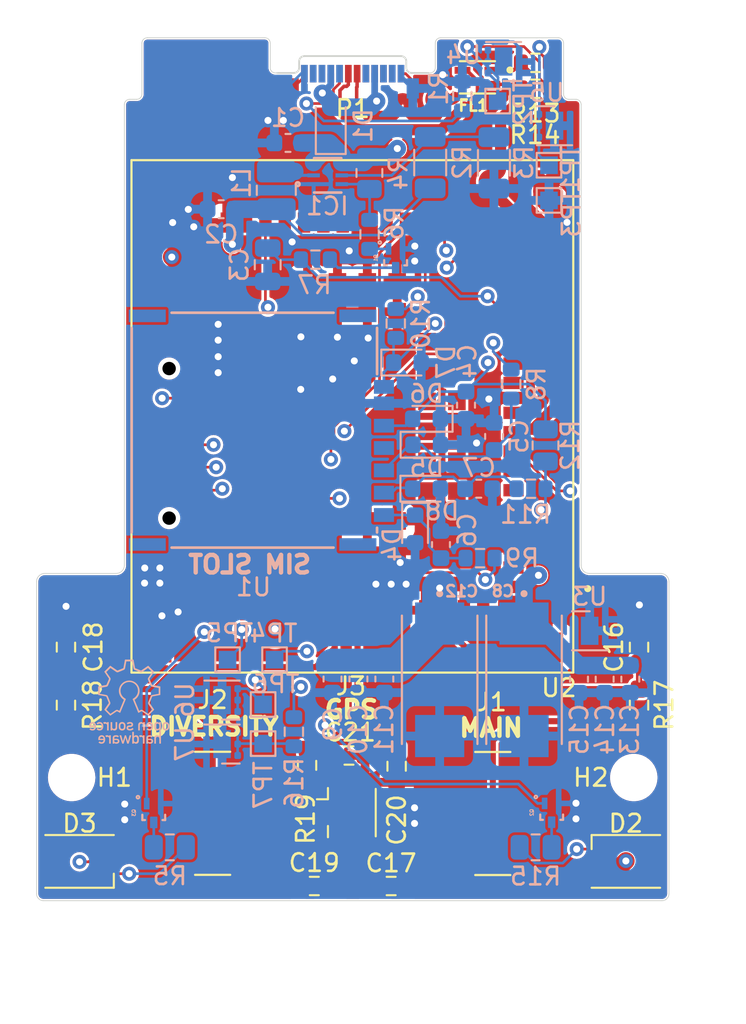
<source format=kicad_pcb>
(kicad_pcb (version 20221018) (generator pcbnew)

  (general
    (thickness 1.6)
  )

  (paper "A4")
  (layers
    (0 "F.Cu" signal)
    (1 "In1.Cu" signal)
    (2 "In2.Cu" signal)
    (31 "B.Cu" signal)
    (32 "B.Adhes" user "B.Adhesive")
    (33 "F.Adhes" user "F.Adhesive")
    (34 "B.Paste" user)
    (35 "F.Paste" user)
    (36 "B.SilkS" user "B.Silkscreen")
    (37 "F.SilkS" user "F.Silkscreen")
    (38 "B.Mask" user)
    (39 "F.Mask" user)
    (40 "Dwgs.User" user "User.Drawings")
    (41 "Cmts.User" user "User.Comments")
    (42 "Eco1.User" user "User.Eco1")
    (43 "Eco2.User" user "User.Eco2")
    (44 "Edge.Cuts" user)
    (45 "Margin" user)
    (46 "B.CrtYd" user "B.Courtyard")
    (47 "F.CrtYd" user "F.Courtyard")
    (48 "B.Fab" user)
    (49 "F.Fab" user)
    (50 "User.1" user)
    (51 "User.2" user)
    (52 "User.3" user)
    (53 "User.4" user)
    (54 "User.5" user)
    (55 "User.6" user)
    (56 "User.7" user)
    (57 "User.8" user)
    (58 "User.9" user)
  )

  (setup
    (stackup
      (layer "F.SilkS" (type "Top Silk Screen"))
      (layer "F.Paste" (type "Top Solder Paste"))
      (layer "F.Mask" (type "Top Solder Mask") (thickness 0.01))
      (layer "F.Cu" (type "copper") (thickness 0.035))
      (layer "dielectric 1" (type "prepreg") (thickness 0.1) (material "FR4") (epsilon_r 4.5) (loss_tangent 0.02))
      (layer "In1.Cu" (type "copper") (thickness 0.035))
      (layer "dielectric 2" (type "core") (thickness 1.24) (material "FR4") (epsilon_r 4.5) (loss_tangent 0.02))
      (layer "In2.Cu" (type "copper") (thickness 0.035))
      (layer "dielectric 3" (type "prepreg") (thickness 0.1) (material "FR4") (epsilon_r 4.5) (loss_tangent 0.02))
      (layer "B.Cu" (type "copper") (thickness 0.035))
      (layer "B.Mask" (type "Bottom Solder Mask") (thickness 0.01))
      (layer "B.Paste" (type "Bottom Solder Paste"))
      (layer "B.SilkS" (type "Bottom Silk Screen"))
      (copper_finish "None")
      (dielectric_constraints no)
    )
    (pad_to_mask_clearance 0)
    (pcbplotparams
      (layerselection 0x00010fc_ffffffff)
      (plot_on_all_layers_selection 0x0000000_00000000)
      (disableapertmacros false)
      (usegerberextensions false)
      (usegerberattributes true)
      (usegerberadvancedattributes true)
      (creategerberjobfile true)
      (dashed_line_dash_ratio 12.000000)
      (dashed_line_gap_ratio 3.000000)
      (svgprecision 4)
      (plotframeref false)
      (viasonmask false)
      (mode 1)
      (useauxorigin false)
      (hpglpennumber 1)
      (hpglpenspeed 20)
      (hpglpendiameter 15.000000)
      (dxfpolygonmode true)
      (dxfimperialunits true)
      (dxfusepcbnewfont true)
      (psnegative false)
      (psa4output false)
      (plotreference true)
      (plotvalue true)
      (plotinvisibletext false)
      (sketchpadsonfab false)
      (subtractmaskfromsilk false)
      (outputformat 1)
      (mirror false)
      (drillshape 1)
      (scaleselection 1)
      (outputdirectory "")
    )
  )

  (net 0 "")
  (net 1 "VBUS")
  (net 2 "GND")
  (net 3 "+3V8")
  (net 4 "/POWER_GOOD")
  (net 5 "/USIM_PRESENCE")
  (net 6 "/ANT_MAIN")
  (net 7 "/ANT_DIV")
  (net 8 "/ANT_GNSS")
  (net 9 "Net-(J3-In)")
  (net 10 "Net-(D1-A)")
  (net 11 "Net-(D2-K)")
  (net 12 "Net-(D3-K)")
  (net 13 "/USB_D+")
  (net 14 "/USB_D-")
  (net 15 "Net-(IC1-SW)")
  (net 16 "Net-(IC1-FB)")
  (net 17 "Net-(IC1-PG)")
  (net 18 "Net-(P1-CC)")
  (net 19 "unconnected-(P1-VCONN-PadB5)")
  (net 20 "Net-(Q1-B)")
  (net 21 "Net-(Q1-C)")
  (net 22 "/NETLIGHT")
  (net 23 "Net-(Q2-C)")
  (net 24 "/STATUS")
  (net 25 "Net-(Q3-C)")
  (net 26 "/USIM_RST")
  (net 27 "/USIM_CLK")
  (net 28 "/VDD_EXT")
  (net 29 "/USIM_DATA")
  (net 30 "Net-(R13-Pad1)")
  (net 31 "Net-(R14-Pad1)")
  (net 32 "Net-(R16-Pad2)")
  (net 33 "Net-(U2-DBG_TXD)")
  (net 34 "Net-(U2-DBG_RXD)")
  (net 35 "Net-(U2-USB_BOOT)")
  (net 36 "unconnected-(U1-VPP-PadC6)")
  (net 37 "unconnected-(U2-RESET_N-Pad17)")
  (net 38 "unconnected-(U2-RESERVED-Pad18)")
  (net 39 "unconnected-(U2-PCM_DOUT-Pad7)")
  (net 40 "unconnected-(U2-PCM_DIN-Pad6)")
  (net 41 "unconnected-(U2-PCM_SYNC-Pad5)")
  (net 42 "unconnected-(U2-PCM_CLK-Pad4)")
  (net 43 "unconnected-(U2-RI-Pad39)")
  (net 44 "unconnected-(U2-DCD-Pad38)")
  (net 45 "unconnected-(U2-RTS-Pad37)")
  (net 46 "unconnected-(U2-CTS-Pad36)")
  (net 47 "unconnected-(U2-TXD-Pad35)")
  (net 48 "unconnected-(U2-RXD-Pad34)")
  (net 49 "unconnected-(U2-I2C_SCL-Pad40)")
  (net 50 "unconnected-(U2-I2C_SDA-Pad41)")
  (net 51 "unconnected-(U2-ADC0-Pad24)")
  (net 52 "unconnected-(U2-AP_READY-Pad19)")
  (net 53 "unconnected-(U2-DTR-Pad30)")
  (net 54 "unconnected-(U2-SPI_MISO-Pad28)")
  (net 55 "unconnected-(U2-SPI_MOSI-Pad27)")
  (net 56 "unconnected-(U2-SPI_CLK-Pad26)")
  (net 57 "unconnected-(U2-USIM2_RST-Pad85)")
  (net 58 "unconnected-(U2-USIM2_CLK-Pad84)")
  (net 59 "unconnected-(U2-USIM2_PRESENCE-Pad83)")
  (net 60 "unconnected-(U2-USIM2_DATA-Pad86)")
  (net 61 "unconnected-(U2-USIM2_VDD-Pad87)")
  (net 62 "/USIM_VDD")
  (net 63 "Net-(U1-RST)")
  (net 64 "Net-(U1-CLK)")
  (net 65 "Net-(U1-I{slash}O)")
  (net 66 "Net-(C17-Pad1)")
  (net 67 "Net-(C19-Pad1)")
  (net 68 "/USBC_D+")
  (net 69 "/USBC_D-")

  (footprint "CONSMA002-SMD:LINX_CONSMA002-SMD" (layer "F.Cu") (at 151.725 141.275))

  (footprint "Resistor_SMD:R_0603_1608Metric" (layer "F.Cu") (at 154.15 98.575 180))

  (footprint "Resistor_SMD:R_0603_1608Metric_Pad0.98x0.95mm_HandSolder" (layer "F.Cu") (at 160.05 135.1125 -90))

  (footprint "LED_SMD:LED_Cree-PLCC4_3.2x2.8mm_CCW" (layer "F.Cu") (at 128.2 144 180))

  (footprint "Resistor_SMD:R_0603_1608Metric_Pad0.98x0.95mm_HandSolder" (layer "F.Cu") (at 146.25 138.5875 -90))

  (footprint "Resistor_SMD:R_0603_1608Metric_Pad0.98x0.95mm_HandSolder" (layer "F.Cu") (at 141.15 138.5375 -90))

  (footprint "Connector_USB:USB_C_Plug_Molex_105444" (layer "F.Cu") (at 143.75 99.15))

  (footprint "MountingHole:MountingHole_2.2mm_M2" (layer "F.Cu") (at 159.75 139.23))

  (footprint "LED_SMD:LED_Cree-PLCC4_3.2x2.8mm_CCW" (layer "F.Cu") (at 159.3 144))

  (footprint "CONSMA002-SMD:LINX_CONSMA002-SMD" (layer "F.Cu") (at 135.775 141.265))

  (footprint "Resistor_SMD:R_0603_1608Metric_Pad0.98x0.95mm_HandSolder" (layer "F.Cu") (at 160.05 131.8125 90))

  (footprint "Resistor_SMD:R_0603_1608Metric_Pad0.98x0.95mm_HandSolder" (layer "F.Cu") (at 141.5625 145.4))

  (footprint "Resistor_SMD:R_0603_1608Metric_Pad0.98x0.95mm_HandSolder" (layer "F.Cu") (at 127.425 131.8125 90))

  (footprint "Resistor_SMD:R_0603_1608Metric_Pad0.98x0.95mm_HandSolder" (layer "F.Cu") (at 145.9375 145.4 180))

  (footprint "Resistor_SMD:R_0603_1608Metric_Pad0.98x0.95mm_HandSolder" (layer "F.Cu") (at 143.5375 137.975))

  (footprint "Resistor_SMD:R_0603_1608Metric_Pad0.98x0.95mm_HandSolder" (layer "F.Cu") (at 127.425 135.1125 -90))

  (footprint "MountingHole:MountingHole_2.2mm_M2" (layer "F.Cu") (at 127.75 139.23))

  (footprint "Resistor_SMD:R_0603_1608Metric" (layer "F.Cu") (at 154.15 100.05 180))

  (footprint "DLW21SN900SQ2L:FIL_DLW21SN900SQ2L" (layer "F.Cu") (at 150.85 99.4 180))

  (footprint "EG95:XCVR_EG95" (layer "F.Cu")
    (tstamp f851ed5b-4e23-405b-b1aa-e8d65dde7576)
    (at 143.73 118.685 180)
    (property "MANUFACTURER" "Quectel")
    (property "MAXIMUM_PACKAGE_HEIGHT" "2.5mm")
    (property "PARTREV" "1.5")
    (property "STANDARD" "Manufacturer Recommendations")
    (property "Sheetfile" "Roamer.kicad_sch")
    (property "Sheetname" "")
    (path "/e6a6b14f-fc94-4e9b-b34c-71e0e50cdc39")
    (attr smd)
    (fp_text reference "U2" (at -11.76 -15.445) (layer "F.SilkS")
        (effects (font (size 1 1) (thickness 0.15)))
      (tstamp 1d464947-5842-4187-a9bd-c30a4e55b624)
    )
    (fp_text value "EG95" (at -12.635 15.715) (layer "F.Fab")
        (effects (font (size 1 1) (thickness 0.15)))
      (tstamp 7b80973e-b338-4301-a0a8-35a68cefc798)
    )
    (fp_circle (center -5.95 -4.25) (end -5.478 -4.25)
      (stroke (width 0) (type solid)) (fill solid) (layer "F.Paste") (tstamp 67d3b74d-81a9-43e5-82a0-a58ecb94a205))
    (fp_circle (center -5.95 -2.55) (end -5.478 -2.55)
      (stroke (width 0) (type solid)) (fill solid) (layer "F.Paste") (tstamp 12d7749c-79c9-41a7-b0f5-19f3bfe17632))
    (fp_circle (center -5.95 -0.85) (end -5.478 -0.85)
      (stroke (width 0) (type solid)) (fill solid) (layer "F.Paste") (tstamp 4e384b70-bee1-4f3c-923a-35ca47ab2658))
    (fp_circle (center -5.95 0.85) (end -5.478 0.85)
      (stroke (width 0) (type solid)) (fill solid) (layer "F.Paste") (tstamp 6d05fc8f-1146-4558-87f4-124d02db3765))
    (fp_circle (center -5.95 2.55) (end -5.478 2.55)
      (stroke (width 0) (type solid)) (fill solid) (layer "F.Paste") (tstamp 357ed333-a131-4460-9f03-f99d16791163))
    (fp_circle (center -5.95 4.25) (end -5.478 4.25)
      (stroke (width 0) (type solid)) (fill solid) (layer "F.Paste") (tstamp 63f94867-3c9e-4667-930a-fee0f1e2ebe2))
    (fp_circle (center -4.25 -4.25) (end -3.778 -4.25)
      (stroke (width 0) (type solid)) (fill solid) (layer "F.Paste") (tstamp 13cc66c6-7510-4e83-a694-d08949b734e5))
    (fp_circle (center -4.25 -2.55) (end -3.778 -2.55)
      (stroke (width 0) (type solid)) (fill solid) (layer "F.Paste") (tstamp 8c7a9cf3-ddbd-4b7c-bebc-49031a5e6d73))
    (fp_circle (center -4.25 -0.85) (end -3.778 -0.85)
      (stroke (width 0) (type solid)) (fill solid) (layer "F.Paste") (tstamp 3d9d3b4e-af9b-4dbc-9336-c29b3746faba))
    (fp_circle (center -4.25 0.85) (end -3.778 0.85)
      (stroke (width 0) (type solid)) (fill solid) (layer "F.Paste") (tstamp 690ddcd6-4d8e-42c0-ad75-ff9db3797b01))
    (fp_circle (center -4.25 2.55) (end -3.778 2.55)
      (stroke (width 0) (type solid)) (fill solid) (layer "F.Paste") (tstamp 75b36f97-51b2-4f40-b557-750c42c33062))
    (fp_circle (center -4.25 4.25) (end -3.778 4.25)
      (stroke (width 0) (type solid)) (fill solid) (layer "F.Paste") (tstamp 4e758d36-1513-487c-9267-fc087fa18d60))
    (fp_circle (center -2.55 -7.65) (end -2.078 -7.65)
      (stroke (width 0) (type solid)) (fill solid) (layer "F.Paste") (tstamp 3633692c-49f1-42ca-94b0-b891b5a33b8a))
    (fp_circle (center -2.55 -5.95) (end -2.078 -5.95)
      (stroke (width 0) (type solid)) (fill solid) (layer "F.Paste") (tstamp daf7962a-2a44-472f-b9c9-8c84ea1849f8))
    (fp_circle (center -2.55 5.95) (end -2.078 5.95)
      (stroke (width 0) (type solid)) (fill solid) (layer "F.Paste") (tstamp 32fabbac-dc5d-4778-92ac-b5c62bce09fe))
    (fp_circle (center -2.55 7.65) (end -2.078 7.65)
      (stroke (width 0) (type solid)) (fill solid) (layer "F.Paste") (tstamp b9df1aa6-a689-4293-8753-7c59f8230178))
    (fp_circle (center -0.85 -7.65) (end -0.378 -7.65)
      (stroke (width 0) (type solid)) (fill solid) (layer "F.Paste") (tstamp 4d0be172-5136-470d-b73a-7a8cb51ed73c))
    (fp_circle (center -0.85 -5.95) (end -0.378 -5.95)
      (stroke (width 0) (type solid)) (fill solid) (layer "F.Paste") (tstamp e9ad7bc7-db7f-41e8-8090-37c9b439c87a))
    (fp_circle (center -0.85 5.95) (end -0.378 5.95)
      (stroke (width 0) (type solid)) (fill solid) (layer "F.Paste") (tstamp 4a30cd4e-e496-41e4-82a6-3686d3ecb188))
    (fp_circle (center -0.85 7.65) (end -0.378 7.65)
      (stroke (width 0) (type solid)) (fill solid) (layer "F.Paste") (tstamp 55b8e7ce-c026-444a-87d3-c25fb53b51c9))
    (fp_circle (center 0.85 -7.65) (end 1.322 -7.65)
      (stroke (width 0) (type solid)) (fill solid) (layer "F.Paste") (tstamp 32b20396-c9b0-4873-b9ba-fa2c66fc98d1))
    (fp_circle (center 0.85 -5.95) (end 1.322 -5.95)
      (stroke (width 0) (type solid)) (fill solid) (layer "F.Paste") (tstamp e03b0b90-06f2-4e0d-a234-628bf843efeb))
    (fp_circle (center 0.85 5.95) (end 1.322 5.95)
      (stroke (width 0) (type solid)) (fill solid) (layer "F.Paste") (tstamp 117ba3fd-2c95-455c-a1fb-79870f2b7c3e))
    (fp_circle (center 0.85 7.65) (end 1.322 7.65)
      (stroke (width 0) (type solid)) (fill solid) (layer "F.Paste") (tstamp 9cebe8bb-5944-4532-84f3-4db69cb5a267))
    (fp_circle (center 2.55 -7.65) (end 3.022 -7.65)
      (stroke (width 0) (type solid)) (fill solid) (layer "F.Paste") (tstamp 4591d32e-0bfd-40f2-a436-d8c4a8df7b9c))
    (fp_circle (center 2.55 -5.95) (end 3.022 -5.95)
      (stroke (width 0) (type solid)) (fill solid) (layer "F.Paste") (tstamp 27feb6eb-48a0-44e1-945e-be4be8aa40cb))
    (fp_circle (center 2.55 5.95) (end 3.022 5.95)
      (stroke (width 0) (type solid)) (fill solid) (layer "F.Paste") (tstamp d0d20436-b778-4fa3-9675-56b791c3d56f))
    (fp_circle (center 2.55 7.65) (end 3.022 7.65)
      (stroke (width 0) (type solid)) (fill solid) (layer "F.Paste") (tstamp defa867d-6b76-49c8-bb58-cf6b459a29a2))
    (fp_circle (center 4.25 -4.25) (end 4.722 -4.25)
      (stroke (width 0) (type solid)) (fill solid) (layer "F.Paste") (tstamp 025de2ef-81a6-402c-bdfe-0f3340f36076))
    (fp_circle (center 4.25 -2.55) (end 4.722 -2.55)
      (stroke (width 0) (type solid)) (fill solid) (layer "F.Paste") (tstamp 920f3030-f3a9-49d9-98b1-ba1e7a6cde5b))
    (fp_circle (center 4.25 -0.85) (end 4.722 -0.85)
      (stroke (width 0) (type solid)) (fill solid) (layer "F.Paste") (tstamp cf2d715c-b57e-4e29-b1b7-62efa84a9561))
    (fp_circle (center 4.25 0.85) (end 4.722 0.85)
      (stroke (width 0) (type solid)) (fill solid) (layer "F.Paste") (tstamp ca71414b-1dcf-458c-9ec7-99f7644ea8d3))
    (fp_circle (center 4.25 2.55) (end 4.722 2.55)
      (stroke (width 0) (type solid)) (fill solid) (layer "F.Paste") (tstamp c74df507-238b-4f61-b908-673a0ad914c0))
    (fp_circle (center 4.25 4.25) (end 4.722 4.25)
      (stroke (width 0) (type solid)) (fill solid) (layer "F.Paste") (tstamp 89941a95-52f2-4f01-b5ae-ea2ee97dc086))
    (fp_circle (center 5.95 -4.25) (end 6.422 -4.25)
      (stroke (width 0) (type solid)) (fill solid) (layer "F.Paste") (tstamp 464d7fed-1c31-488c-ad54-5f06dec5a552))
    (fp_circle (center 5.95 -2.55) (end 6.422 -2.55)
      (stroke (width 0) (type solid)) (fill solid) (layer "F.Paste") (tstamp 7989918b-1f57-4399-89ef-f58e0c36eb2c))
    (fp_circle (center 5.95 -0.85) (end 6.422 -0.85)
      (stroke (width 0) (type solid)) (fill solid) (layer "F.Paste") (tstamp 338601a2-47bf-49f9-ba85-32e5a710140d))
    (fp_circle (center 5.95 0.85) (end 6.422 0.85)
      (stroke (width 0) (type solid)) (fill solid) (layer "F.Paste") (tstamp 12da4203-b063-4a2b-968e-3657dc112560))
    (fp_circle (center 5.95 2.55) (end 6.422 2.55)
      (stroke (width 0) (type solid)) (fill solid) (layer "F.Paste") (tstamp 7f6528a6-3a92-4aca-ba64-fc076fca4400))
    (fp_circle (center 5.95 4.25) (end 6.422 4.25)
      (stroke (width 0) (type solid)) (fill solid) (layer "F.Paste") (tstamp faf3a879-e27f-4ff1-b81f-1530938d56fc))
    (fp_poly
      (pts
        (xy -11.66 -13.66)
        (xy -10.64 -13.66)
        (xy -10.64 -12.64)
        (xy -11.66 -12.64)
      )

      (stroke (width 0.01) (type solid)) (fill solid) (layer "F.Paste") (tstamp a4cf9f7c-fc80-4a6e-8aed-8618a06b9c70))
    (fp_poly
      (pts
        (xy -10.54 13.56)
        (xy -10.78 13.56)
        (xy -11.56 12.78)
        (xy -11.56 12.54)
        (xy -10.54 12.54)
      )

      (stroke (width 0.0001) (type solid)) (fill solid) (layer "F.Paste") (tstamp 36e8bdf4-fab0-480a-ae07-fd85752c3d27))
    (fp_poly
      (pts
        (xy -10.54 13.56)
        (xy -10.78 13.56)
        (xy -11.56 12.78)
        (xy -11.56 12.54)
        (xy -10.54 12.54)
      )

      (stroke (width 0.0001) (type solid)) (fill solid) (layer "F.Paste") (tstamp fb33d6b7-c026-42c4-b8ab-e0e13b2d656e))
    (fp_poly
      (pts
        (xy 10.54 -13.56)
        (xy 10.78 -13.56)
        (xy 11.56 -12.78)
        (xy 11.56 -12.54)
        (xy 10.54 -12.54)
      )

      (stroke (width 0.0001) (type solid)) (fill solid) (layer "F.Paste") (tstamp 74c62a22-a856-4ac7-bb7a-1febdc12e728))
    (fp_poly
      (pts
        (xy 10.54 13.56)
        (xy 10.78 13.56)
        (xy 11.56 12.78)
        (xy 11.56 12.54)
        (xy 10.54 12.54)
      )

      (stroke (width 0.0001) (type solid)) (fill solid) (layer "F.Paste") (tstamp c4360858-c8a5-42dc-836e-f31e91c33908))
    (fp_poly
      (pts
        (xy -9.525 -9.98)
        (xy -8.825 -9.98)
        (xy -8.819 -9.98)
        (xy -8.814 -9.979)
        (xy -8.808 -9.979)
        (xy -8.802 -9.978)
        (xy -8.797 -9.976)
        (xy -8.791 -9.975)
        (xy -8.786 -9.973)
        (xy -8.78 -9.97)
        (xy -8.775 -9.968)
        (xy -8.77 -9.965)
        (xy -8.765 -9.962)
        (xy -8.76 -9.959)
        (xy -8.756 -9.955)
        (xy -8.751 -9.952)
        (xy -8.747 -9.948)
        (xy -8.743 -9.944)
        (xy -8.74 -9.939)
        (xy -8.736 -9.935)
        (xy -8.733 -9.93)
        (xy -8.73 -9.925)
        (xy -8.727 -9.92)
        (xy -8.725 -9.915)
        (xy -8.722 -9.909)
        (xy -8.72 -9.904)
        (xy -8.719 -9.898)
        (xy -8.717 -9.893)
        (xy -8.716 -9.887)
        (xy -8.716 -9.881)
        (xy -8.715 -9.876)
        (xy -8.715 -9.87)
        (xy -8.715 -9.53)
        (xy -8.715 -9.524)
        (xy -8.716 -9.519)
        (xy -8.716 -9.513)
        (xy -8.717 -9.507)
        (xy -8.719 -9.502)
        (xy -8.72 -9.496)
        (xy -8.722 -9.491)
        (xy -8.725 -9.485)
        (xy -8.727 -9.48)
        (xy -8.73 -9.475)
        (xy -8.733 -9.47)
        (xy -8.736 -9.465)
        (xy -8.74 -9.461)
        (xy -8.743 -9.456)
        (xy -8.747 -9.452)
        (xy -8.751 -9.448)
        (xy -8.756 -9.445)
        (xy -8.76 -9.441)
        (xy -8.765 -9.438)
        (xy -8.77 -9.435)
        (xy -8.775 -9.432)
        (xy -8.78 -9.43)
        (xy -8.786 -9.427)
        (xy -8.791 -9.425)
        (xy -8.797 -9.424)
        (xy -8.802 -9.422)
        (xy -8.808 -9.421)
        (xy -8.814 -9.421)
        (xy -8.819 -9.42)
        (xy -8.825 -9.42)
        (xy -9.525 -9.42)
        (xy -9.531 -9.42)
        (xy -9.536 -9.421)
        (xy -9.542 -9.421)
        (xy -9.548 -9.422)
        (xy -9.553 -9.424)
        (xy -9.559 -9.425)
        (xy -9.564 -9.427)
        (xy -9.57 -9.43)
        (xy -9.575 -9.432)
        (xy -9.58 -9.435)
        (xy -9.585 -9.438)
        (xy -9.59 -9.441)
        (xy -9.594 -9.445)
        (xy -9.599 -9.448)
        (xy -9.603 -9.452)
        (xy -9.607 -9.456)
        (xy -9.61 -9.461)
        (xy -9.614 -9.465)
        (xy -9.617 -9.47)
        (xy -9.62 -9.475)
        (xy -9.623 -9.48)
        (xy -9.625 -9.485)
        (xy -9.628 -9.491)
        (xy -9.63 -9.496)
        (xy -9.631 -9.502)
        (xy -9.633 -9.507)
        (xy -9.634 -9.513)
        (xy -9.634 -9.519)
        (xy -9.635 -9.524)
        (xy -9.635 -9.53)
        (xy -9.635 -9.87)
        (xy -9.635 -9.876)
        (xy -9.634 -9.881)
        (xy -9.634 -9.887)
        (xy -9.633 -9.893)
        (xy -9.631 -9.898)
        (xy -9.63 -9.904)
        (xy -9.628 -9.909)
        (xy -9.625 -9.915)
        (xy -9.623 -9.92)
        (xy -9.62 -9.925)
        (xy -9.617 -9.93)
        (xy -9.614 -9.935)
        (xy -9.61 -9.939)
        (xy -9.607 -9.944)
        (xy -9.603 -9.948)
        (xy -9.599 -9.952)
        (xy -9.594 -9.955)
        (xy -9.59 -9.959)
        (xy -9.585 -9.962)
        (xy -9.58 -9.965)
        (xy -9.575 -9.968)
        (xy -9.57 -9.97)
        (xy -9.564 -9.973)
        (xy -9.559 -9.975)
        (xy -9.553 -9.976)
        (xy -9.548 -9.978)
        (xy -9.542 -9.979)
        (xy -9.536 -9.979)
        (xy -9.531 -9.98)
        (xy -9.525 -9.98)
      )

      (stroke (width 0.0001) (type solid)) (fill solid) (layer "F.Paste") (tstamp 381fb920-c57b-4d2c-bff1-181bec3e7f23))
    (fp_poly
      (pts
        (xy -9.525 -8.88)
        (xy -8.825 -8.88)
        (xy -8.819 -8.88)
        (xy -8.814 -8.879)
        (xy -8.808 -8.879)
        (xy -8.802 -8.878)
        (xy -8.797 -8.876)
        (xy -8.791 -8.875)
        (xy -8.786 -8.873)
        (xy -8.78 -8.87)
        (xy -8.775 -8.868)
        (xy -8.77 -8.865)
        (xy -8.765 -8.862)
        (xy -8.76 -8.859)
        (xy -8.756 -8.855)
        (xy -8.751 -8.852)
        (xy -8.747 -8.848)
        (xy -8.743 -8.844)
        (xy -8.74 -8.839)
        (xy -8.736 -8.835)
        (xy -8.733 -8.83)
        (xy -8.73 -8.825)
        (xy -8.727 -8.82)
        (xy -8.725 -8.815)
        (xy -8.722 -8.809)
        (xy -8.72 -8.804)
        (xy -8.719 -8.798)
        (xy -8.717 -8.793)
        (xy -8.716 -8.787)
        (xy -8.716 -8.781)
        (xy -8.715 -8.776)
        (xy -8.715 -8.77)
        (xy -8.715 -8.43)
        (xy -8.715 -8.424)
        (xy -8.716 -8.419)
        (xy -8.716 -8.413)
        (xy -8.717 -8.407)
        (xy -8.719 -8.402)
        (xy -8.72 -8.396)
        (xy -8.722 -8.391)
        (xy -8.725 -8.385)
        (xy -8.727 -8.38)
        (xy -8.73 -8.375)
        (xy -8.733 -8.37)
        (xy -8.736 -8.365)
        (xy -8.74 -8.361)
        (xy -8.743 -8.356)
        (xy -8.747 -8.352)
        (xy -8.751 -8.348)
        (xy -8.756 -8.345)
        (xy -8.76 -8.341)
        (xy -8.765 -8.338)
        (xy -8.77 -8.335)
        (xy -8.775 -8.332)
        (xy -8.78 -8.33)
        (xy -8.786 -8.327)
        (xy -8.791 -8.325)
        (xy -8.797 -8.324)
        (xy -8.802 -8.322)
        (xy -8.808 -8.321)
        (xy -8.814 -8.321)
        (xy -8.819 -8.32)
        (xy -8.825 -8.32)
        (xy -9.525 -8.32)
        (xy -9.531 -8.32)
        (xy -9.536 -8.321)
        (xy -9.542 -8.321)
        (xy -9.548 -8.322)
        (xy -9.553 -8.324)
        (xy -9.559 -8.325)
        (xy -9.564 -8.327)
        (xy -9.57 -8.33)
        (xy -9.575 -8.332)
        (xy -9.58 -8.335)
        (xy -9.585 -8.338)
        (xy -9.59 -8.341)
        (xy -9.594 -8.345)
        (xy -9.599 -8.348)
        (xy -9.603 -8.352)
        (xy -9.607 -8.356)
        (xy -9.61 -8.361)
        (xy -9.614 -8.365)
        (xy -9.617 -8.37)
        (xy -9.62 -8.375)
        (xy -9.623 -8.38)
        (xy -9.625 -8.385)
        (xy -9.628 -8.391)
        (xy -9.63 -8.396)
        (xy -9.631 -8.402)
        (xy -9.633 -8.407)
        (xy -9.634 -8.413)
        (xy -9.634 -8.419)
        (xy -9.635 -8.424)
        (xy -9.635 -8.43)
        (xy -9.635 -8.77)
        (xy -9.635 -8.776)
        (xy -9.634 -8.781)
        (xy -9.634 -8.787)
        (xy -9.633 -8.793)
        (xy -9.631 -8.798)
        (xy -9.63 -8.804)
        (xy -9.628 -8.809)
        (xy -9.625 -8.815)
        (xy -9.623 -8.82)
        (xy -9.62 -8.825)
        (xy -9.617 -8.83)
        (xy -9.614 -8.835)
        (xy -9.61 -8.839)
        (xy -9.607 -8.844)
        (xy -9.603 -8.848)
        (xy -9.599 -8.852)
        (xy -9.594 -8.855)
        (xy -9.59 -8.859)
        (xy -9.585 -8.862)
        (xy -9.58 -8.865)
        (xy -9.575 -8.868)
        (xy -9.57 -8.87)
        (xy -9.564 -8.873)
        (xy -9.559 -8.875)
        (xy -9.553 -8.876)
        (xy -9.548 -8.878)
        (xy -9.542 -8.879)
        (xy -9.536 -8.879)
        (xy -9.531 -8.88)
        (xy -9.525 -8.88)
      )

      (stroke (width 0.0001) (type solid)) (fill solid) (layer "F.Paste") (tstamp 15a79106-df97-4493-8a49-601ca5566463))
    (fp_poly
      (pts
        (xy -9.525 -7.78)
        (xy -8.825 -7.78)
        (xy -8.819 -7.78)
        (xy -8.814 -7.779)
        (xy -8.808 -7.779)
        (xy -8.802 -7.778)
        (xy -8.797 -7.776)
        (xy -8.791 -7.775)
        (xy -8.786 -7.773)
        (xy -8.78 -7.77)
        (xy -8.775 -7.768)
        (xy -8.77 -7.765)
        (xy -8.765 -7.762)
        (xy -8.76 -7.759)
        (xy -8.756 -7.755)
        (xy -8.751 -7.752)
        (xy -8.747 -7.748)
        (xy -8.743 -7.744)
        (xy -8.74 -7.739)
        (xy -8.736 -7.735)
        (xy -8.733 -7.73)
        (xy -8.73 -7.725)
        (xy -8.727 -7.72)
        (xy -8.725 -7.715)
        (xy -8.722 -7.709)
        (xy -8.72 -7.704)
        (xy -8.719 -7.698)
        (xy -8.717 -7.693)
        (xy -8.716 -7.687)
        (xy -8.716 -7.681)
        (xy -8.715 -7.676)
        (xy -8.715 -7.67)
        (xy -8.715 -7.33)
        (xy -8.715 -7.324)
        (xy -8.716 -7.319)
        (xy -8.716 -7.313)
        (xy -8.717 -7.307)
        (xy -8.719 -7.302)
        (xy -8.72 -7.296)
        (xy -8.722 -7.291)
        (xy -8.725 -7.285)
        (xy -8.727 -7.28)
        (xy -8.73 -7.275)
        (xy -8.733 -7.27)
        (xy -8.736 -7.265)
        (xy -8.74 -7.261)
        (xy -8.743 -7.256)
        (xy -8.747 -7.252)
        (xy -8.751 -7.248)
        (xy -8.756 -7.245)
        (xy -8.76 -7.241)
        (xy -8.765 -7.238)
        (xy -8.77 -7.235)
        (xy -8.775 -7.232)
        (xy -8.78 -7.23)
        (xy -8.786 -7.227)
        (xy -8.791 -7.225)
        (xy -8.797 -7.224)
        (xy -8.802 -7.222)
        (xy -8.808 -7.221)
        (xy -8.814 -7.221)
        (xy -8.819 -7.22)
        (xy -8.825 -7.22)
        (xy -9.525 -7.22)
        (xy -9.531 -7.22)
        (xy -9.536 -7.221)
        (xy -9.542 -7.221)
        (xy -9.548 -7.222)
        (xy -9.553 -7.224)
        (xy -9.559 -7.225)
        (xy -9.564 -7.227)
        (xy -9.57 -7.23)
        (xy -9.575 -7.232)
        (xy -9.58 -7.235)
        (xy -9.585 -7.238)
        (xy -9.59 -7.241)
        (xy -9.594 -7.245)
        (xy -9.599 -7.248)
        (xy -9.603 -7.252)
        (xy -9.607 -7.256)
        (xy -9.61 -7.261)
        (xy -9.614 -7.265)
        (xy -9.617 -7.27)
        (xy -9.62 -7.275)
        (xy -9.623 -7.28)
        (xy -9.625 -7.285)
        (xy -9.628 -7.291)
        (xy -9.63 -7.296)
        (xy -9.631 -7.302)
        (xy -9.633 -7.307)
        (xy -9.634 -7.313)
        (xy -9.634 -7.319)
        (xy -9.635 -7.324)
        (xy -9.635 -7.33)
        (xy -9.635 -7.67)
        (xy -9.635 -7.676)
        (xy -9.634 -7.681)
        (xy -9.634 -7.687)
        (xy -9.633 -7.693)
        (xy -9.631 -7.698)
        (xy -9.63 -7.704)
        (xy -9.628 -7.709)
        (xy -9.625 -7.715)
        (xy -9.623 -7.72)
        (xy -9.62 -7.725)
        (xy -9.617 -7.73)
        (xy -9.614 -7.735)
        (xy -9.61 -7.739)
        (xy -9.607 -7.744)
        (xy -9.603 -7.748)
        (xy -9.599 -7.752)
        (xy -9.594 -7.755)
        (xy -9.59 -7.759)
        (xy -9.585 -7.762)
        (xy -9.58 -7.765)
        (xy -9.575 -7.768)
        (xy -9.57 -7.77)
        (xy -9.564 -7.773)
        (xy -9.559 -7.775)
        (xy -9.553 -7.776)
        (xy -9.548 -7.778)
        (xy -9.542 -7.779)
        (xy -9.536 -7.779)
        (xy -9.531 -7.78)
        (xy -9.525 -7.78)
      )

      (stroke (width 0.0001) (type solid)) (fill solid) (layer "F.Paste") (tstamp 0c575af3-6ed1-46a3-bfde-38643bb7e524))
    (fp_poly
      (pts
        (xy -9.525 -6.68)
        (xy -8.825 -6.68)
        (xy -8.819 -6.68)
        (xy -8.814 -6.679)
        (xy -8.808 -6.679)
        (xy -8.802 -6.678)
        (xy -8.797 -6.676)
        (xy -8.791 -6.675)
        (xy -8.786 -6.673)
        (xy -8.78 -6.67)
        (xy -8.775 -6.668)
        (xy -8.77 -6.665)
        (xy -8.765 -6.662)
        (xy -8.76 -6.659)
        (xy -8.756 -6.655)
        (xy -8.751 -6.652)
        (xy -8.747 -6.648)
        (xy -8.743 -6.644)
        (xy -8.74 -6.639)
        (xy -8.736 -6.635)
        (xy -8.733 -6.63)
        (xy -8.73 -6.625)
        (xy -8.727 -6.62)
        (xy -8.725 -6.615)
        (xy -8.722 -6.609)
        (xy -8.72 -6.604)
        (xy -8.719 -6.598)
        (xy -8.717 -6.593)
        (xy -8.716 -6.587)
        (xy -8.716 -6.581)
        (xy -8.715 -6.576)
        (xy -8.715 -6.57)
        (xy -8.715 -6.23)
        (xy -8.715 -6.224)
        (xy -8.716 -6.219)
        (xy -8.716 -6.213)
        (xy -8.717 -6.207)
        (xy -8.719 -6.202)
        (xy -8.72 -6.196)
        (xy -8.722 -6.191)
        (xy -8.725 -6.185)
        (xy -8.727 -6.18)
        (xy -8.73 -6.175)
        (xy -8.733 -6.17)
        (xy -8.736 -6.165)
        (xy -8.74 -6.161)
        (xy -8.743 -6.156)
        (xy -8.747 -6.152)
        (xy -8.751 -6.148)
        (xy -8.756 -6.145)
        (xy -8.76 -6.141)
        (xy -8.765 -6.138)
        (xy -8.77 -6.135)
        (xy -8.775 -6.132)
        (xy -8.78 -6.13)
        (xy -8.786 -6.127)
        (xy -8.791 -6.125)
        (xy -8.797 -6.124)
        (xy -8.802 -6.122)
        (xy -8.808 -6.121)
        (xy -8.814 -6.121)
        (xy -8.819 -6.12)
        (xy -8.825 -6.12)
        (xy -9.525 -6.12)
        (xy -9.531 -6.12)
        (xy -9.536 -6.121)
        (xy -9.542 -6.121)
        (xy -9.548 -6.122)
        (xy -9.553 -6.124)
        (xy -9.559 -6.125)
        (xy -9.564 -6.127)
        (xy -9.57 -6.13)
        (xy -9.575 -6.132)
        (xy -9.58 -6.135)
        (xy -9.585 -6.138)
        (xy -9.59 -6.141)
        (xy -9.594 -6.145)
        (xy -9.599 -6.148)
        (xy -9.603 -6.152)
        (xy -9.607 -6.156)
        (xy -9.61 -6.161)
        (xy -9.614 -6.165)
        (xy -9.617 -6.17)
        (xy -9.62 -6.175)
        (xy -9.623 -6.18)
        (xy -9.625 -6.185)
        (xy -9.628 -6.191)
        (xy -9.63 -6.196)
        (xy -9.631 -6.202)
        (xy -9.633 -6.207)
        (xy -9.634 -6.213)
        (xy -9.634 -6.219)
        (xy -9.635 -6.224)
        (xy -9.635 -6.23)
        (xy -9.635 -6.57)
        (xy -9.635 -6.576)
        (xy -9.634 -6.581)
        (xy -9.634 -6.587)
        (xy -9.633 -6.593)
        (xy -9.631 -6.598)
        (xy -9.63 -6.604)
        (xy -9.628 -6.609)
        (xy -9.625 -6.615)
        (xy -9.623 -6.62)
        (xy -9.62 -6.625)
        (xy -9.617 -6.63)
        (xy -9.614 -6.635)
        (xy -9.61 -6.639)
        (xy -9.607 -6.644)
        (xy -9.603 -6.648)
        (xy -9.599 -6.652)
        (xy -9.594 -6.655)
        (xy -9.59 -6.659)
        (xy -9.585 -6.662)
        (xy -9.58 -6.665)
        (xy -9.575 -6.668)
        (xy -9.57 -6.67)
        (xy -9.564 -6.673)
        (xy -9.559 -6.675)
        (xy -9.553 -6.676)
        (xy -9.548 -6.678)
        (xy -9.542 -6.679)
        (xy -9.536 -6.679)
        (xy -9.531 -6.68)
        (xy -9.525 -6.68)
      )

      (stroke (width 0.0001) (type solid)) (fill solid) (layer "F.Paste") (tstamp 4a9d6eca-1bec-49f3-8d4a-6444aca6165c))
    (fp_poly
      (pts
        (xy -9.525 -5.58)
        (xy -8.825 -5.58)
        (xy -8.819 -5.58)
        (xy -8.814 -5.579)
        (xy -8.808 -5.579)
        (xy -8.802 -5.578)
        (xy -8.797 -5.576)
        (xy -8.791 -5.575)
        (xy -8.786 -5.573)
        (xy -8.78 -5.57)
        (xy -8.775 -5.568)
        (xy -8.77 -5.565)
        (xy -8.765 -5.562)
        (xy -8.76 -5.559)
        (xy -8.756 -5.555)
        (xy -8.751 -5.552)
        (xy -8.747 -5.548)
        (xy -8.743 -5.544)
        (xy -8.74 -5.539)
        (xy -8.736 -5.535)
        (xy -8.733 -5.53)
        (xy -8.73 -5.525)
        (xy -8.727 -5.52)
        (xy -8.725 -5.515)
        (xy -8.722 -5.509)
        (xy -8.72 -5.504)
        (xy -8.719 -5.498)
        (xy -8.717 -5.493)
        (xy -8.716 -5.487)
        (xy -8.716 -5.481)
        (xy -8.715 -5.476)
        (xy -8.715 -5.47)
        (xy -8.715 -5.13)
        (xy -8.715 -5.124)
        (xy -8.716 -5.119)
        (xy -8.716 -5.113)
        (xy -8.717 -5.107)
        (xy -8.719 -5.102)
        (xy -8.72 -5.096)
        (xy -8.722 -5.091)
        (xy -8.725 -5.085)
        (xy -8.727 -5.08)
        (xy -8.73 -5.075)
        (xy -8.733 -5.07)
        (xy -8.736 -5.065)
        (xy -8.74 -5.061)
        (xy -8.743 -5.056)
        (xy -8.747 -5.052)
        (xy -8.751 -5.048)
        (xy -8.756 -5.045)
        (xy -8.76 -5.041)
        (xy -8.765 -5.038)
        (xy -8.77 -5.035)
        (xy -8.775 -5.032)
        (xy -8.78 -5.03)
        (xy -8.786 -5.027)
        (xy -8.791 -5.025)
        (xy -8.797 -5.024)
        (xy -8.802 -5.022)
        (xy -8.808 -5.021)
        (xy -8.814 -5.021)
        (xy -8.819 -5.02)
        (xy -8.825 -5.02)
        (xy -9.525 -5.02)
        (xy -9.531 -5.02)
        (xy -9.536 -5.021)
        (xy -9.542 -5.021)
        (xy -9.548 -5.022)
        (xy -9.553 -5.024)
        (xy -9.559 -5.025)
        (xy -9.564 -5.027)
        (xy -9.57 -5.03)
        (xy -9.575 -5.032)
        (xy -9.58 -5.035)
        (xy -9.585 -5.038)
        (xy -9.59 -5.041)
        (xy -9.594 -5.045)
        (xy -9.599 -5.048)
        (xy -9.603 -5.052)
        (xy -9.607 -5.056)
        (xy -9.61 -5.061)
        (xy -9.614 -5.065)
        (xy -9.617 -5.07)
        (xy -9.62 -5.075)
        (xy -9.623 -5.08)
        (xy -9.625 -5.085)
        (xy -9.628 -5.091)
        (xy -9.63 -5.096)
        (xy -9.631 -5.102)
        (xy -9.633 -5.107)
        (xy -9.634 -5.113)
        (xy -9.634 -5.119)
        (xy -9.635 -5.124)
        (xy -9.635 -5.13)
        (xy -9.635 -5.47)
        (xy -9.635 -5.476)
        (xy -9.634 -5.481)
        (xy -9.634 -5.487)
        (xy -9.633 -5.493)
        (xy -9.631 -5.498)
        (xy -9.63 -5.504)
        (xy -9.628 -5.509)
        (xy -9.625 -5.515)
        (xy -9.623 -5.52)
        (xy -9.62 -5.525)
        (xy -9.617 -5.53)
        (xy -9.614 -5.535)
        (xy -9.61 -5.539)
        (xy -9.607 -5.544)
        (xy -9.603 -5.548)
        (xy -9.599 -5.552)
        (xy -9.594 -5.555)
        (xy -9.59 -5.559)
        (xy -9.585 -5.562)
        (xy -9.58 -5.565)
        (xy -9.575 -5.568)
        (xy -9.57 -5.57)
        (xy -9.564 -5.573)
        (xy -9.559 -5.575)
        (xy -9.553 -5.576)
        (xy -9.548 -5.578)
        (xy -9.542 -5.579)
        (xy -9.536 -5.579)
        (xy -9.531 -5.58)
        (xy -9.525 -5.58)
      )

      (stroke (width 0.0001) (type solid)) (fill solid) (layer "F.Paste") (tstamp e40f3414-f91c-4fbd-a4de-8dc5493441cf))
    (fp_poly
      (pts
        (xy -9.525 -4.48)
        (xy -8.825 -4.48)
        (xy -8.819 -4.48)
        (xy -8.814 -4.479)
        (xy -8.808 -4.479)
        (xy -8.802 -4.478)
        (xy -8.797 -4.476)
        (xy -8.791 -4.475)
        (xy -8.786 -4.473)
        (xy -8.78 -4.47)
        (xy -8.775 -4.468)
        (xy -8.77 -4.465)
        (xy -8.765 -4.462)
        (xy -8.76 -4.459)
        (xy -8.756 -4.455)
        (xy -8.751 -4.452)
        (xy -8.747 -4.448)
        (xy -8.743 -4.444)
        (xy -8.74 -4.439)
        (xy -8.736 -4.435)
        (xy -8.733 -4.43)
        (xy -8.73 -4.425)
        (xy -8.727 -4.42)
        (xy -8.725 -4.415)
        (xy -8.722 -4.409)
        (xy -8.72 -4.404)
        (xy -8.719 -4.398)
        (xy -8.717 -4.393)
        (xy -8.716 -4.387)
        (xy -8.716 -4.381)
        (xy -8.715 -4.376)
        (xy -8.715 -4.37)
        (xy -8.715 -4.03)
        (xy -8.715 -4.024)
        (xy -8.716 -4.019)
        (xy -8.716 -4.013)
        (xy -8.717 -4.007)
        (xy -8.719 -4.002)
        (xy -8.72 -3.996)
        (xy -8.722 -3.991)
        (xy -8.725 -3.985)
        (xy -8.727 -3.98)
        (xy -8.73 -3.975)
        (xy -8.733 -3.97)
        (xy -8.736 -3.965)
        (xy -8.74 -3.961)
        (xy -8.743 -3.956)
        (xy -8.747 -3.952)
        (xy -8.751 -3.948)
        (xy -8.756 -3.945)
        (xy -8.76 -3.941)
        (xy -8.765 -3.938)
        (xy -8.77 -3.935)
        (xy -8.775 -3.932)
        (xy -8.78 -3.93)
        (xy -8.786 -3.927)
        (xy -8.791 -3.925)
        (xy -8.797 -3.924)
        (xy -8.802 -3.922)
        (xy -8.808 -3.921)
        (xy -8.814 -3.921)
        (xy -8.819 -3.92)
        (xy -8.825 -3.92)
        (xy -9.525 -3.92)
        (xy -9.531 -3.92)
        (xy -9.536 -3.921)
        (xy -9.542 -3.921)
        (xy -9.548 -3.922)
        (xy -9.553 -3.924)
        (xy -9.559 -3.925)
        (xy -9.564 -3.927)
        (xy -9.57 -3.93)
        (xy -9.575 -3.932)
        (xy -9.58 -3.935)
        (xy -9.585 -3.938)
        (xy -9.59 -3.941)
        (xy -9.594 -3.945)
        (xy -9.599 -3.948)
        (xy -9.603 -3.952)
        (xy -9.607 -3.956)
        (xy -9.61 -3.961)
        (xy -9.614 -3.965)
        (xy -9.617 -3.97)
        (xy -9.62 -3.975)
        (xy -9.623 -3.98)
        (xy -9.625 -3.985)
        (xy -9.628 -3.991)
        (xy -9.63 -3.996)
        (xy -9.631 -4.002)
        (xy -9.633 -4.007)
        (xy -9.634 -4.013)
        (xy -9.634 -4.019)
        (xy -9.635 -4.024)
        (xy -9.635 -4.03)
        (xy -9.635 -4.37)
        (xy -9.635 -4.376)
        (xy -9.634 -4.381)
        (xy -9.634 -4.387)
        (xy -9.633 -4.393)
        (xy -9.631 -4.398)
        (xy -9.63 -4.404)
        (xy -9.628 -4.409)
        (xy -9.625 -4.415)
        (xy -9.623 -4.42)
        (xy -9.62 -4.425)
        (xy -9.617 -4.43)
        (xy -9.614 -4.435)
        (xy -9.61 -4.439)
        (xy -9.607 -4.444)
        (xy -9.603 -4.448)
        (xy -9.599 -4.452)
        (xy -9.594 -4.455)
        (xy -9.59 -4.459)
        (xy -9.585 -4.462)
        (xy -9.58 -4.465)
        (xy -9.575 -4.468)
        (xy -9.57 -4.47)
        (xy -9.564 -4.473)
        (xy -9.559 -4.475)
        (xy -9.553 -4.476)
        (xy -9.548 -4.478)
        (xy -9.542 -4.479)
        (xy -9.536 -4.479)
        (xy -9.531 -4.48)
        (xy -9.525 -4.48)
      )

      (stroke (width 0.0001) (type solid)) (fill solid) (layer "F.Paste") (tstamp 632251aa-57d5-41fd-a286-0fe541e8b458))
    (fp_poly
      (pts
        (xy -9.525 -3.38)
        (xy -8.825 -3.38)
        (xy -8.819 -3.38)
        (xy -8.814 -3.379)
        (xy -8.808 -3.379)
        (xy -8.802 -3.378)
        (xy -8.797 -3.376)
        (xy -8.791 -3.375)
        (xy -8.786 -3.373)
        (xy -8.78 -3.37)
        (xy -8.775 -3.368)
        (xy -8.77 -3.365)
        (xy -8.765 -3.362)
        (xy -8.76 -3.359)
        (xy -8.756 -3.355)
        (xy -8.751 -3.352)
        (xy -8.747 -3.348)
        (xy -8.743 -3.344)
        (xy -8.74 -3.339)
        (xy -8.736 -3.335)
        (xy -8.733 -3.33)
        (xy -8.73 -3.325)
        (xy -8.727 -3.32)
        (xy -8.725 -3.315)
        (xy -8.722 -3.309)
        (xy -8.72 -3.304)
        (xy -8.719 -3.298)
        (xy -8.717 -3.293)
        (xy -8.716 -3.287)
        (xy -8.716 -3.281)
        (xy -8.715 -3.276)
        (xy -8.715 -3.27)
        (xy -8.715 -2.93)
        (xy -8.715 -2.924)
        (xy -8.716 -2.919)
        (xy -8.716 -2.913)
        (xy -8.717 -2.907)
        (xy -8.719 -2.902)
        (xy -8.72 -2.896)
        (xy -8.722 -2.891)
        (xy -8.725 -2.885)
        (xy -8.727 -2.88)
        (xy -8.73 -2.875)
        (xy -8.733 -2.87)
        (xy -8.736 -2.865)
        (xy -8.74 -2.861)
        (xy -8.743 -2.856)
        (xy -8.747 -2.852)
        (xy -8.751 -2.848)
        (xy -8.756 -2.845)
        (xy -8.76 -2.841)
        (xy -8.765 -2.838)
        (xy -8.77 -2.835)
        (xy -8.775 -2.832)
        (xy -8.78 -2.83)
        (xy -8.786 -2.827)
        (xy -8.791 -2.825)
        (xy -8.797 -2.824)
        (xy -8.802 -2.822)
        (xy -8.808 -2.821)
        (xy -8.814 -2.821)
        (xy -8.819 -2.82)
        (xy -8.825 -2.82)
        (xy -9.525 -2.82)
        (xy -9.531 -2.82)
        (xy -9.536 -2.821)
        (xy -9.542 -2.821)
        (xy -9.548 -2.822)
        (xy -9.553 -2.824)
        (xy -9.559 -2.825)
        (xy -9.564 -2.827)
        (xy -9.57 -2.83)
        (xy -9.575 -2.832)
        (xy -9.58 -2.835)
        (xy -9.585 -2.838)
        (xy -9.59 -2.841)
        (xy -9.594 -2.845)
        (xy -9.599 -2.848)
        (xy -9.603 -2.852)
        (xy -9.607 -2.856)
        (xy -9.61 -2.861)
        (xy -9.614 -2.865)
        (xy -9.617 -2.87)
        (xy -9.62 -2.875)
        (xy -9.623 -2.88)
        (xy -9.625 -2.885)
        (xy -9.628 -2.891)
        (xy -9.63 -2.896)
        (xy -9.631 -2.902)
        (xy -9.633 -2.907)
        (xy -9.634 -2.913)
        (xy -9.634 -2.919)
        (xy -9.635 -2.924)
        (xy -9.635 -2.93)
        (xy -9.635 -3.27)
        (xy -9.635 -3.276)
        (xy -9.634 -3.281)
        (xy -9.634 -3.287)
        (xy -9.633 -3.293)
        (xy -9.631 -3.298)
        (xy -9.63 -3.304)
        (xy -9.628 -3.309)
        (xy -9.625 -3.315)
        (xy -9.623 -3.32)
        (xy -9.62 -3.325)
        (xy -9.617 -3.33)
        (xy -9.614 -3.335)
        (xy -9.61 -3.339)
        (xy -9.607 -3.344)
        (xy -9.603 -3.348)
        (xy -9.599 -3.352)
        (xy -9.594 -3.355)
        (xy -9.59 -3.359)
        (xy -9.585 -3.362)
        (xy -9.58 -3.365)
        (xy -9.575 -3.368)
        (xy -9.57 -3.37)
        (xy -9.564 -3.373)
        (xy -9.559 -3.375)
        (xy -9.553 -3.376)
        (xy -9.548 -3.378)
        (xy -9.542 -3.379)
        (xy -9.536 -3.379)
        (xy -9.531 -3.38)
        (xy -9.525 -3.38)
      )

      (stroke (width 0.0001) (type solid)) (fill solid) (layer "F.Paste") (tstamp 165f453a-045e-47a7-9b07-2475fb0ac687))
    (fp_poly
      (pts
        (xy -9.525 -2.28)
        (xy -8.825 -2.28)
        (xy -8.819 -2.28)
        (xy -8.814 -2.279)
        (xy -8.808 -2.279)
        (xy -8.802 -2.278)
        (xy -8.797 -2.276)
        (xy -8.791 -2.275)
        (xy -8.786 -2.273)
        (xy -8.78 -2.27)
        (xy -8.775 -2.268)
        (xy -8.77 -2.265)
        (xy -8.765 -2.262)
        (xy -8.76 -2.259)
        (xy -8.756 -2.255)
        (xy -8.751 -2.252)
        (xy -8.747 -2.248)
        (xy -8.743 -2.244)
        (xy -8.74 -2.239)
        (xy -8.736 -2.235)
        (xy -8.733 -2.23)
        (xy -8.73 -2.225)
        (xy -8.727 -2.22)
        (xy -8.725 -2.215)
        (xy -8.722 -2.209)
        (xy -8.72 -2.204)
        (xy -8.719 -2.198)
        (xy -8.717 -2.193)
        (xy -8.716 -2.187)
        (xy -8.716 -2.181)
        (xy -8.715 -2.176)
        (xy -8.715 -2.17)
        (xy -8.715 -1.83)
        (xy -8.715 -1.824)
        (xy -8.716 -1.819)
        (xy -8.716 -1.813)
        (xy -8.717 -1.807)
        (xy -8.719 -1.802)
        (xy -8.72 -1.796)
        (xy -8.722 -1.791)
        (xy -8.725 -1.785)
        (xy -8.727 -1.78)
        (xy -8.73 -1.775)
        (xy -8.733 -1.77)
        (xy -8.736 -1.765)
        (xy -8.74 -1.761)
        (xy -8.743 -1.756)
        (xy -8.747 -1.752)
        (xy -8.751 -1.748)
        (xy -8.756 -1.745)
        (xy -8.76 -1.741)
        (xy -8.765 -1.738)
        (xy -8.77 -1.735)
        (xy -8.775 -1.732)
        (xy -8.78 -1.73)
        (xy -8.786 -1.727)
        (xy -8.791 -1.725)
        (xy -8.797 -1.724)
        (xy -8.802 -1.722)
        (xy -8.808 -1.721)
        (xy -8.814 -1.721)
        (xy -8.819 -1.72)
        (xy -8.825 -1.72)
        (xy -9.525 -1.72)
        (xy -9.531 -1.72)
        (xy -9.536 -1.721)
        (xy -9.542 -1.721)
        (xy -9.548 -1.722)
        (xy -9.553 -1.724)
        (xy -9.559 -1.725)
        (xy -9.564 -1.727)
        (xy -9.57 -1.73)
        (xy -9.575 -1.732)
        (xy -9.58 -1.735)
        (xy -9.585 -1.738)
        (xy -9.59 -1.741)
        (xy -9.594 -1.745)
        (xy -9.599 -1.748)
        (xy -9.603 -1.752)
        (xy -9.607 -1.756)
        (xy -9.61 -1.761)
        (xy -9.614 -1.765)
        (xy -9.617 -1.77)
        (xy -9.62 -1.775)
        (xy -9.623 -1.78)
        (xy -9.625 -1.785)
        (xy -9.628 -1.791)
        (xy -9.63 -1.796)
        (xy -9.631 -1.802)
        (xy -9.633 -1.807)
        (xy -9.634 -1.813)
        (xy -9.634 -1.819)
        (xy -9.635 -1.824)
        (xy -9.635 -1.83)
        (xy -9.635 -2.17)
        (xy -9.635 -2.176)
        (xy -9.634 -2.181)
        (xy -9.634 -2.187)
        (xy -9.633 -2.193)
        (xy -9.631 -2.198)
        (xy -9.63 -2.204)
        (xy -9.628 -2.209)
        (xy -9.625 -2.215)
        (xy -9.623 -2.22)
        (xy -9.62 -2.225)
        (xy -9.617 -2.23)
        (xy -9.614 -2.235)
        (xy -9.61 -2.239)
        (xy -9.607 -2.244)
        (xy -9.603 -2.248)
        (xy -9.599 -2.252)
        (xy -9.594 -2.255)
        (xy -9.59 -2.259)
        (xy -9.585 -2.262)
        (xy -9.58 -2.265)
        (xy -9.575 -2.268)
        (xy -9.57 -2.27)
        (xy -9.564 -2.273)
        (xy -9.559 -2.275)
        (xy -9.553 -2.276)
        (xy -9.548 -2.278)
        (xy -9.542 -2.279)
        (xy -9.536 -2.279)
        (xy -9.531 -2.28)
        (xy -9.525 -2.28)
      )

      (stroke (width 0.0001) (type solid)) (fill solid) (layer "F.Paste") (tstamp cb1c1cbf-eb5c-4e30-88f9-10cfafcf0427))
    (fp_poly
      (pts
        (xy -9.525 -1.18)
        (xy -8.825 -1.18)
        (xy -8.819 -1.18)
        (xy -8.814 -1.179)
        (xy -8.808 -1.179)
        (xy -8.802 -1.178)
        (xy -8.797 -1.176)
        (xy -8.791 -1.175)
        (xy -8.786 -1.173)
        (xy -8.78 -1.17)
        (xy -8.775 -1.168)
        (xy -8.77 -1.165)
        (xy -8.765 -1.162)
        (xy -8.76 -1.159)
        (xy -8.756 -1.155)
        (xy -8.751 -1.152)
        (xy -8.747 -1.148)
        (xy -8.743 -1.144)
        (xy -8.74 -1.139)
        (xy -8.736 -1.135)
        (xy -8.733 -1.13)
        (xy -8.73 -1.125)
        (xy -8.727 -1.12)
        (xy -8.725 -1.115)
        (xy -8.722 -1.109)
        (xy -8.72 -1.104)
        (xy -8.719 -1.098)
        (xy -8.717 -1.093)
        (xy -8.716 -1.087)
        (xy -8.716 -1.081)
        (xy -8.715 -1.076)
        (xy -8.715 -1.07)
        (xy -8.715 -0.73)
        (xy -8.715 -0.724)
        (xy -8.716 -0.719)
        (xy -8.716 -0.713)
        (xy -8.717 -0.707)
        (xy -8.719 -0.702)
        (xy -8.72 -0.696)
        (xy -8.722 -0.691)
        (xy -8.725 -0.685)
        (xy -8.727 -0.68)
        (xy -8.73 -0.675)
        (xy -8.733 -0.67)
        (xy -8.736 -0.665)
        (xy -8.74 -0.661)
        (xy -8.743 -0.656)
        (xy -8.747 -0.652)
        (xy -8.751 -0.648)
        (xy -8.756 -0.645)
        (xy -8.76 -0.641)
        (xy -8.765 -0.638)
        (xy -8.77 -0.635)
        (xy -8.775 -0.632)
        (xy -8.78 -0.63)
        (xy -8.786 -0.627)
        (xy -8.791 -0.625)
        (xy -8.797 -0.624)
        (xy -8.802 -0.622)
        (xy -8.808 -0.621)
        (xy -8.814 -0.621)
        (xy -8.819 -0.62)
        (xy -8.825 -0.62)
        (xy -9.525 -0.62)
        (xy -9.531 -0.62)
        (xy -9.536 -0.621)
        (xy -9.542 -0.621)
        (xy -9.548 -0.622)
        (xy -9.553 -0.624)
        (xy -9.559 -0.625)
        (xy -9.564 -0.627)
        (xy -9.57 -0.63)
        (xy -9.575 -0.632)
        (xy -9.58 -0.635)
        (xy -9.585 -0.638)
        (xy -9.59 -0.641)
        (xy -9.594 -0.645)
        (xy -9.599 -0.648)
        (xy -9.603 -0.652)
        (xy -9.607 -0.656)
        (xy -9.61 -0.661)
        (xy -9.614 -0.665)
        (xy -9.617 -0.67)
        (xy -9.62 -0.675)
        (xy -9.623 -0.68)
        (xy -9.625 -0.685)
        (xy -9.628 -0.691)
        (xy -9.63 -0.696)
        (xy -9.631 -0.702)
        (xy -9.633 -0.707)
        (xy -9.634 -0.713)
        (xy -9.634 -0.719)
        (xy -9.635 -0.724)
        (xy -9.635 -0.73)
        (xy -9.635 -1.07)
        (xy -9.635 -1.076)
        (xy -9.634 -1.081)
        (xy -9.634 -1.087)
        (xy -9.633 -1.093)
        (xy -9.631 -1.098)
        (xy -9.63 -1.104)
        (xy -9.628 -1.109)
        (xy -9.625 -1.115)
        (xy -9.623 -1.12)
        (xy -9.62 -1.125)
        (xy -9.617 -1.13)
        (xy -9.614 -1.135)
        (xy -9.61 -1.139)
        (xy -9.607 -1.144)
        (xy -9.603 -1.148)
        (xy -9.599 -1.152)
        (xy -9.594 -1.155)
        (xy -9.59 -1.159)
        (xy -9.585 -1.162)
        (xy -9.58 -1.165)
        (xy -9.575 -1.168)
        (xy -9.57 -1.17)
        (xy -9.564 -1.173)
        (xy -9.559 -1.175)
        (xy -9.553 -1.176)
        (xy -9.548 -1.178)
        (xy -9.542 -1.179)
        (xy -9.536 -1.179)
        (xy -9.531 -1.18)
        (xy -9.525 -1.18)
      )

      (stroke (width 0.0001) (type solid)) (fill solid) (layer "F.Paste") (tstamp c11e1d9b-f371-494a-9e93-7ce3f3a628a9))
    (fp_poly
      (pts
        (xy -9.525 -0.08)
        (xy -8.825 -0.08)
        (xy -8.819 -0.08)
        (xy -8.814 -0.079)
        (xy -8.808 -0.079)
        (xy -8.802 -0.078)
        (xy -8.797 -0.076)
        (xy -8.791 -0.075)
        (xy -8.786 -0.073)
        (xy -8.78 -0.07)
        (xy -8.775 -0.068)
        (xy -8.77 -0.065)
        (xy -8.765 -0.062)
        (xy -8.76 -0.059)
        (xy -8.756 -0.055)
        (xy -8.751 -0.052)
        (xy -8.747 -0.048)
        (xy -8.743 -0.044)
        (xy -8.74 -0.039)
        (xy -8.736 -0.035)
        (xy -8.733 -0.03)
        (xy -8.73 -0.025)
        (xy -8.727 -0.02)
        (xy -8.725 -0.015)
        (xy -8.722 -0.009)
        (xy -8.72 -0.004)
        (xy -8.719 0.002)
        (xy -8.717 0.007)
        (xy -8.716 0.013)
        (xy -8.716 0.019)
        (xy -8.715 0.024)
        (xy -8.715 0.03)
        (xy -8.715 0.37)
        (xy -8.715 0.376)
        (xy -8.716 0.381)
        (xy -8.716 0.387)
        (xy -8.717 0.393)
        (xy -8.719 0.398)
        (xy -8.72 0.404)
        (xy -8.722 0.409)
        (xy -8.725 0.415)
        (xy -8.727 0.42)
        (xy -8.73 0.425)
        (xy -8.733 0.43)
        (xy -8.736 0.435)
        (xy -8.74 0.439)
        (xy -8.743 0.444)
        (xy -8.747 0.448)
        (xy -8.751 0.452)
        (xy -8.756 0.455)
        (xy -8.76 0.459)
        (xy -8.765 0.462)
        (xy -8.77 0.465)
        (xy -8.775 0.468)
        (xy -8.78 0.47)
        (xy -8.786 0.473)
        (xy -8.791 0.475)
        (xy -8.797 0.476)
        (xy -8.802 0.478)
        (xy -8.808 0.479)
        (xy -8.814 0.479)
        (xy -8.819 0.48)
        (xy -8.825 0.48)
        (xy -9.525 0.48)
        (xy -9.531 0.48)
        (xy -9.536 0.479)
        (xy -9.542 0.479)
        (xy -9.548 0.478)
        (xy -9.553 0.476)
        (xy -9.559 0.475)
        (xy -9.564 0.473)
        (xy -9.57 0.47)
        (xy -9.575 0.468)
        (xy -9.58 0.465)
        (xy -9.585 0.462)
        (xy -9.59 0.459)
        (xy -9.594 0.455)
        (xy -9.599 0.452)
        (xy -9.603 0.448)
        (xy -9.607 0.444)
        (xy -9.61 0.439)
        (xy -9.614 0.435)
        (xy -9.617 0.43)
        (xy -9.62 0.425)
        (xy -9.623 0.42)
        (xy -9.625 0.415)
        (xy -9.628 0.409)
        (xy -9.63 0.404)
        (xy -9.631 0.398)
        (xy -9.633 0.393)
        (xy -9.634 0.387)
        (xy -9.634 0.381)
        (xy -9.635 0.376)
        (xy -9.635 0.37)
        (xy -9.635 0.03)
        (xy -9.635 0.024)
        (xy -9.634 0.019)
        (xy -9.634 0.013)
        (xy -9.633 0.007)
        (xy -9.631 0.002)
        (xy -9.63 -0.004)
        (xy -9.628 -0.009)
        (xy -9.625 -0.015)
        (xy -9.623 -0.02)
        (xy -9.62 -0.025)
        (xy -9.617 -0.03)
        (xy -9.614 -0.035)
        (xy -9.61 -0.039)
        (xy -9.607 -0.044)
        (xy -9.603 -0.048)
        (xy -9.599 -0.052)
        (xy -9.594 -0.055)
        (xy -9.59 -0.059)
        (xy -9.585 -0.062)
        (xy -9.58 -0.065)
        (xy -9.575 -0.068)
        (xy -9.57 -0.07)
        (xy -9.564 -0.073)
        (xy -9.559 -0.075)
        (xy -9.553 -0.076)
        (xy -9.548 -0.078)
        (xy -9.542 -0.079)
        (xy -9.536 -0.079)
        (xy -9.531 -0.08)
        (xy -9.525 -0.08)
      )

      (stroke (width 0.0001) (type solid)) (fill solid) (layer "F.Paste") (tstamp 1f84ba8f-cbd6-4250-abd9-c591dbefd2c1))
    (fp_poly
      (pts
        (xy -9.525 1.62)
        (xy -8.825 1.62)
        (xy -8.819 1.62)
        (xy -8.814 1.621)
        (xy -8.808 1.621)
        (xy -8.802 1.622)
        (xy -8.797 1.624)
        (xy -8.791 1.625)
        (xy -8.786 1.627)
        (xy -8.78 1.63)
        (xy -8.775 1.632)
        (xy -8.77 1.635)
        (xy -8.765 1.638)
        (xy -8.76 1.641)
        (xy -8.756 1.645)
        (xy -8.751 1.648)
        (xy -8.747 1.652)
        (xy -8.743 1.656)
        (xy -8.74 1.661)
        (xy -8.736 1.665)
        (xy -8.733 1.67)
        (xy -8.73 1.675)
        (xy -8.727 1.68)
        (xy -8.725 1.685)
        (xy -8.722 1.691)
        (xy -8.72 1.696)
        (xy -8.719 1.702)
        (xy -8.717 1.707)
        (xy -8.716 1.713)
        (xy -8.716 1.719)
        (xy -8.715 1.724)
        (xy -8.715 1.73)
        (xy -8.715 2.07)
        (xy -8.715 2.076)
        (xy -8.716 2.081)
        (xy -8.716 2.087)
        (xy -8.717 2.093)
        (xy -8.719 2.098)
        (xy -8.72 2.104)
        (xy -8.722 2.109)
        (xy -8.725 2.115)
        (xy -8.727 2.12)
        (xy -8.73 2.125)
        (xy -8.733 2.13)
        (xy -8.736 2.135)
        (xy -8.74 2.139)
        (xy -8.743 2.144)
        (xy -8.747 2.148)
        (xy -8.751 2.152)
        (xy -8.756 2.155)
        (xy -8.76 2.159)
        (xy -8.765 2.162)
        (xy -8.77 2.165)
        (xy -8.775 2.168)
        (xy -8.78 2.17)
        (xy -8.786 2.173)
        (xy -8.791 2.175)
        (xy -8.797 2.176)
        (xy -8.802 2.178)
        (xy -8.808 2.179)
        (xy -8.814 2.179)
        (xy -8.819 2.18)
        (xy -8.825 2.18)
        (xy -9.525 2.18)
        (xy -9.531 2.18)
        (xy -9.536 2.179)
        (xy -9.542 2.179)
        (xy -9.548 2.178)
        (xy -9.553 2.176)
        (xy -9.559 2.175)
        (xy -9.564 2.173)
        (xy -9.57 2.17)
        (xy -9.575 2.168)
        (xy -9.58 2.165)
        (xy -9.585 2.162)
        (xy -9.59 2.159)
        (xy -9.594 2.155)
        (xy -9.599 2.152)
        (xy -9.603 2.148)
        (xy -9.607 2.144)
        (xy -9.61 2.139)
        (xy -9.614 2.135)
        (xy -9.617 2.13)
        (xy -9.62 2.125)
        (xy -9.623 2.12)
        (xy -9.625 2.115)
        (xy -9.628 2.109)
        (xy -9.63 2.104)
        (xy -9.631 2.098)
        (xy -9.633 2.093)
        (xy -9.634 2.087)
        (xy -9.634 2.081)
        (xy -9.635 2.076)
        (xy -9.635 2.07)
        (xy -9.635 1.73)
        (xy -9.635 1.724)
        (xy -9.634 1.719)
        (xy -9.634 1.713)
        (xy -9.633 1.707)
        (xy -9.631 1.702)
        (xy -9.63 1.696)
        (xy -9.628 1.691)
        (xy -9.625 1.685)
        (xy -9.623 1.68)
        (xy -9.62 1.675)
        (xy -9.617 1.67)
        (xy -9.614 1.665)
        (xy -9.61 1.661)
        (xy -9.607 1.656)
        (xy -9.603 1.652)
        (xy -9.599 1.648)
        (xy -9.594 1.645)
        (xy -9.59 1.641)
        (xy -9.585 1.638)
        (xy -9.58 1.635)
        (xy -9.575 1.632)
        (xy -9.57 1.63)
        (xy -9.564 1.627)
        (xy -9.559 1.625)
        (xy -9.553 1.624)
        (xy -9.548 1.622)
        (xy -9.542 1.621)
        (xy -9.536 1.621)
        (xy -9.531 1.62)
        (xy -9.525 1.62)
      )

      (stroke (width 0.0001) (type solid)) (fill solid) (layer "F.Paste") (tstamp 2a4dd112-a7b2-4a7b-a4b6-e9a5a3ee2c6f))
    (fp_poly
      (pts
        (xy -9.525 2.72)
        (xy -8.825 2.72)
        (xy -8.819 2.72)
        (xy -8.814 2.721)
        (xy -8.808 2.721)
        (xy -8.802 2.722)
        (xy -8.797 2.724)
        (xy -8.791 2.725)
        (xy -8.786 2.727)
        (xy -8.78 2.73)
        (xy -8.775 2.732)
        (xy -8.77 2.735)
        (xy -8.765 2.738)
        (xy -8.76 2.741)
        (xy -8.756 2.745)
        (xy -8.751 2.748)
        (xy -8.747 2.752)
        (xy -8.743 2.756)
        (xy -8.74 2.761)
        (xy -8.736 2.765)
        (xy -8.733 2.77)
        (xy -8.73 2.775)
        (xy -8.727 2.78)
        (xy -8.725 2.785)
        (xy -8.722 2.791)
        (xy -8.72 2.796)
        (xy -8.719 2.802)
        (xy -8.717 2.807)
        (xy -8.716 2.813)
        (xy -8.716 2.819)
        (xy -8.715 2.824)
        (xy -8.715 2.83)
        (xy -8.715 3.17)
        (xy -8.715 3.176)
        (xy -8.716 3.181)
        (xy -8.716 3.187)
        (xy -8.717 3.193)
        (xy -8.719 3.198)
        (xy -8.72 3.204)
        (xy -8.722 3.209)
        (xy -8.725 3.215)
        (xy -8.727 3.22)
        (xy -8.73 3.225)
        (xy -8.733 3.23)
        (xy -8.736 3.235)
        (xy -8.74 3.239)
        (xy -8.743 3.244)
        (xy -8.747 3.248)
        (xy -8.751 3.252)
        (xy -8.756 3.255)
        (xy -8.76 3.259)
        (xy -8.765 3.262)
        (xy -8.77 3.265)
        (xy -8.775 3.268)
        (xy -8.78 3.27)
        (xy -8.786 3.273)
        (xy -8.791 3.275)
        (xy -8.797 3.276)
        (xy -8.802 3.278)
        (xy -8.808 3.279)
        (xy -8.814 3.279)
        (xy -8.819 3.28)
        (xy -8.825 3.28)
        (xy -9.525 3.28)
        (xy -9.531 3.28)
        (xy -9.536 3.279)
        (xy -9.542 3.279)
        (xy -9.548 3.278)
        (xy -9.553 3.276)
        (xy -9.559 3.275)
        (xy -9.564 3.273)
        (xy -9.57 3.27)
        (xy -9.575 3.268)
        (xy -9.58 3.265)
        (xy -9.585 3.262)
        (xy -9.59 3.259)
        (xy -9.594 3.255)
        (xy -9.599 3.252)
        (xy -9.603 3.248)
        (xy -9.607 3.244)
        (xy -9.61 3.239)
        (xy -9.614 3.235)
        (xy -9.617 3.23)
        (xy -9.62 3.225)
        (xy -9.623 3.22)
        (xy -9.625 3.215)
        (xy -9.628 3.209)
        (xy -9.63 3.204)
        (xy -9.631 3.198)
        (xy -9.633 3.193)
        (xy -9.634 3.187)
        (xy -9.634 3.181)
        (xy -9.635 3.176)
        (xy -9.635 3.17)
        (xy -9.635 2.83)
        (xy -9.635 2.824)
        (xy -9.634 2.819)
        (xy -9.634 2.813)
        (xy -9.633 2.807)
        (xy -9.631 2.802)
        (xy -9.63 2.796)
        (xy -9.628 2.791)
        (xy -9.625 2.785)
        (xy -9.623 2.78)
        (xy -9.62 2.775)
        (xy -9.617 2.77)
        (xy -9.614 2.765)
        (xy -9.61 2.761)
        (xy -9.607 2.756)
        (xy -9.603 2.752)
        (xy -9.599 2.748)
        (xy -9.594 2.745)
        (xy -9.59 2.741)
        (xy -9.585 2.738)
        (xy -9.58 2.735)
        (xy -9.575 2.732)
        (xy -9.57 2.73)
        (xy -9.564 2.727)
        (xy -9.559 2.725)
        (xy -9.553 2.724)
        (xy -9.548 2.722)
        (xy -9.542 2.721)
        (xy -9.536 2.721)
        (xy -9.531 2.72)
        (xy -9.525 2.72)
      )

      (stroke (width 0.0001) (type solid)) (fill solid) (layer "F.Paste") (tstamp 94ad1c8f-d668-4e73-88d9-c58259e25c3d))
    (fp_poly
      (pts
        (xy -9.525 3.82)
        (xy -8.825 3.82)
        (xy -8.819 3.82)
        (xy -8.814 3.821)
        (xy -8.808 3.821)
        (xy -8.802 3.822)
        (xy -8.797 3.824)
        (xy -8.791 3.825)
        (xy -8.786 3.827)
        (xy -8.78 3.83)
        (xy -8.775 3.832)
        (xy -8.77 3.835)
        (xy -8.765 3.838)
        (xy -8.76 3.841)
        (xy -8.756 3.845)
        (xy -8.751 3.848)
        (xy -8.747 3.852)
        (xy -8.743 3.856)
        (xy -8.74 3.861)
        (xy -8.736 3.865)
        (xy -8.733 3.87)
        (xy -8.73 3.875)
        (xy -8.727 3.88)
        (xy -8.725 3.885)
        (xy -8.722 3.891)
        (xy -8.72 3.896)
        (xy -8.719 3.902)
        (xy -8.717 3.907)
        (xy -8.716 3.913)
        (xy -8.716 3.919)
        (xy -8.715 3.924)
        (xy -8.715 3.93)
        (xy -8.715 4.27)
        (xy -8.715 4.276)
        (xy -8.716 4.281)
        (xy -8.716 4.287)
        (xy -8.717 4.293)
        (xy -8.719 4.298)
        (xy -8.72 4.304)
        (xy -8.722 4.309)
        (xy -8.725 4.315)
        (xy -8.727 4.32)
        (xy -8.73 4.325)
        (xy -8.733 4.33)
        (xy -8.736 4.335)
        (xy -8.74 4.339)
        (xy -8.743 4.344)
        (xy -8.747 4.348)
        (xy -8.751 4.352)
        (xy -8.756 4.355)
        (xy -8.76 4.359)
        (xy -8.765 4.362)
        (xy -8.77 4.365)
        (xy -8.775 4.368)
        (xy -8.78 4.37)
        (xy -8.786 4.373)
        (xy -8.791 4.375)
        (xy -8.797 4.376)
        (xy -8.802 4.378)
        (xy -8.808 4.379)
        (xy -8.814 4.379)
        (xy -8.819 4.38)
        (xy -8.825 4.38)
        (xy -9.525 4.38)
        (xy -9.531 4.38)
        (xy -9.536 4.379)
        (xy -9.542 4.379)
        (xy -9.548 4.378)
        (xy -9.553 4.376)
        (xy -9.559 4.375)
        (xy -9.564 4.373)
        (xy -9.57 4.37)
        (xy -9.575 4.368)
        (xy -9.58 4.365)
        (xy -9.585 4.362)
        (xy -9.59 4.359)
        (xy -9.594 4.355)
        (xy -9.599 4.352)
        (xy -9.603 4.348)
        (xy -9.607 4.344)
        (xy -9.61 4.339)
        (xy -9.614 4.335)
        (xy -9.617 4.33)
        (xy -9.62 4.325)
        (xy -9.623 4.32)
        (xy -9.625 4.315)
        (xy -9.628 4.309)
        (xy -9.63 4.304)
        (xy -9.631 4.298)
        (xy -9.633 4.293)
        (xy -9.634 4.287)
        (xy -9.634 4.281)
        (xy -9.635 4.276)
        (xy -9.635 4.27)
        (xy -9.635 3.93)
        (xy -9.635 3.924)
        (xy -9.634 3.919)
        (xy -9.634 3.913)
        (xy -9.633 3.907)
        (xy -9.631 3.902)
        (xy -9.63 3.896)
        (xy -9.628 3.891)
        (xy -9.625 3.885)
        (xy -9.623 3.88)
        (xy -9.62 3.875)
        (xy -9.617 3.87)
        (xy -9.614 3.865)
        (xy -9.61 3.861)
        (xy -9.607 3.856)
        (xy -9.603 3.852)
        (xy -9.599 3.848)
        (xy -9.594 3.845)
        (xy -9.59 3.841)
        (xy -9.585 3.838)
        (xy -9.58 3.835)
        (xy -9.575 3.832)
        (xy -9.57 3.83)
        (xy -9.564 3.827)
        (xy -9.559 3.825)
        (xy -9.553 3.824)
        (xy -9.548 3.822)
        (xy -9.542 3.821)
        (xy -9.536 3.821)
        (xy -9.531 3.82)
        (xy -9.525 3.82)
      )

      (stroke (width 0.0001) (type solid)) (fill solid) (layer "F.Paste") (tstamp ef23a725-1373-4148-862b-20b5d9de1bf1))
    (fp_poly
      (pts
        (xy -9.525 4.92)
        (xy -8.825 4.92)
        (xy -8.819 4.92)
        (xy -8.814 4.921)
        (xy -8.808 4.921)
        (xy -8.802 4.922)
        (xy -8.797 4.924)
        (xy -8.791 4.925)
        (xy -8.786 4.927)
        (xy -8.78 4.93)
        (xy -8.775 4.932)
        (xy -8.77 4.935)
        (xy -8.765 4.938)
        (xy -8.76 4.941)
        (xy -8.756 4.945)
        (xy -8.751 4.948)
        (xy -8.747 4.952)
        (xy -8.743 4.956)
        (xy -8.74 4.961)
        (xy -8.736 4.965)
        (xy -8.733 4.97)
        (xy -8.73 4.975)
        (xy -8.727 4.98)
        (xy -8.725 4.985)
        (xy -8.722 4.991)
        (xy -8.72 4.996)
        (xy -8.719 5.002)
        (xy -8.717 5.007)
        (xy -8.716 5.013)
        (xy -8.716 5.019)
        (xy -8.715 5.024)
        (xy -8.715 5.03)
        (xy -8.715 5.37)
        (xy -8.715 5.376)
        (xy -8.716 5.381)
        (xy -8.716 5.387)
        (xy -8.717 5.393)
        (xy -8.719 5.398)
        (xy -8.72 5.404)
        (xy -8.722 5.409)
        (xy -8.725 5.415)
        (xy -8.727 5.42)
        (xy -8.73 5.425)
        (xy -8.733 5.43)
        (xy -8.736 5.435)
        (xy -8.74 5.439)
        (xy -8.743 5.444)
        (xy -8.747 5.448)
        (xy -8.751 5.452)
        (xy -8.756 5.455)
        (xy -8.76 5.459)
        (xy -8.765 5.462)
        (xy -8.77 5.465)
        (xy -8.775 5.468)
        (xy -8.78 5.47)
        (xy -8.786 5.473)
        (xy -8.791 5.475)
        (xy -8.797 5.476)
        (xy -8.802 5.478)
        (xy -8.808 5.479)
        (xy -8.814 5.479)
        (xy -8.819 5.48)
        (xy -8.825 5.48)
        (xy -9.525 5.48)
        (xy -9.531 5.48)
        (xy -9.536 5.479)
        (xy -9.542 5.479)
        (xy -9.548 5.478)
        (xy -9.553 5.476)
        (xy -9.559 5.475)
        (xy -9.564 5.473)
        (xy -9.57 5.47)
        (xy -9.575 5.468)
        (xy -9.58 5.465)
        (xy -9.585 5.462)
        (xy -9.59 5.459)
        (xy -9.594 5.455)
        (xy -9.599 5.452)
        (xy -9.603 5.448)
        (xy -9.607 5.444)
        (xy -9.61 5.439)
        (xy -9.614 5.435)
        (xy -9.617 5.43)
        (xy -9.62 5.425)
        (xy -9.623 5.42)
        (xy -9.625 5.415)
        (xy -9.628 5.409)
        (xy -9.63 5.404)
        (xy -9.631 5.398)
        (xy -9.633 5.393)
        (xy -9.634 5.387)
        (xy -9.634 5.381)
        (xy -9.635 5.376)
        (xy -9.635 5.37)
        (xy -9.635 5.03)
        (xy -9.635 5.024)
        (xy -9.634 5.019)
        (xy -9.634 5.013)
        (xy -9.633 5.007)
        (xy -9.631 5.002)
        (xy -9.63 4.996)
        (xy -9.628 4.991)
        (xy -9.625 4.985)
        (xy -9.623 4.98)
        (xy -9.62 4.975)
        (xy -9.617 4.97)
        (xy -9.614 4.965)
        (xy -9.61 4.961)
        (xy -9.607 4.956)
        (xy -9.603 4.952)
        (xy -9.599 4.948)
        (xy -9.594 4.945)
        (xy -9.59 4.941)
        (xy -9.585 4.938)
        (xy -9.58 4.935)
        (xy -9.575 4.932)
        (xy -9.57 4.93)
        (xy -9.564 4.927)
        (xy -9.559 4.925)
        (xy -9.553 4.924)
        (xy -9.548 4.922)
        (xy -9.542 4.921)
        (xy -9.536 4.921)
        (xy -9.531 4.92)
        (xy -9.525 4.92)
      )

      (stroke (width 0.0001) (type solid)) (fill solid) (layer "F.Paste") (tstamp c278aba6-f414-49a6-b84d-5a455c95b3a1))
    (fp_poly
      (pts
        (xy -9.525 6.02)
        (xy -8.825 6.02)
        (xy -8.819 6.02)
        (xy -8.814 6.021)
        (xy -8.808 6.021)
        (xy -8.802 6.022)
        (xy -8.797 6.024)
        (xy -8.791 6.025)
        (xy -8.786 6.027)
        (xy -8.78 6.03)
        (xy -8.775 6.032)
        (xy -8.77 6.035)
        (xy -8.765 6.038)
        (xy -8.76 6.041)
        (xy -8.756 6.045)
        (xy -8.751 6.048)
        (xy -8.747 6.052)
        (xy -8.743 6.056)
        (xy -8.74 6.061)
        (xy -8.736 6.065)
        (xy -8.733 6.07)
        (xy -8.73 6.075)
        (xy -8.727 6.08)
        (xy -8.725 6.085)
        (xy -8.722 6.091)
        (xy -8.72 6.096)
        (xy -8.719 6.102)
        (xy -8.717 6.107)
        (xy -8.716 6.113)
        (xy -8.716 6.119)
        (xy -8.715 6.124)
        (xy -8.715 6.13)
        (xy -8.715 6.47)
        (xy -8.715 6.476)
        (xy -8.716 6.481)
        (xy -8.716 6.487)
        (xy -8.717 6.493)
        (xy -8.719 6.498)
        (xy -8.72 6.504)
        (xy -8.722 6.509)
        (xy -8.725 6.515)
        (xy -8.727 6.52)
        (xy -8.73 6.525)
        (xy -8.733 6.53)
        (xy -8.736 6.535)
        (xy -8.74 6.539)
        (xy -8.743 6.544)
        (xy -8.747 6.548)
        (xy -8.751 6.552)
        (xy -8.756 6.555)
        (xy -8.76 6.559)
        (xy -8.765 6.562)
        (xy -8.77 6.565)
        (xy -8.775 6.568)
        (xy -8.78 6.57)
        (xy -8.786 6.573)
        (xy -8.791 6.575)
        (xy -8.797 6.576)
        (xy -8.802 6.578)
        (xy -8.808 6.579)
        (xy -8.814 6.579)
        (xy -8.819 6.58)
        (xy -8.825 6.58)
        (xy -9.525 6.58)
        (xy -9.531 6.58)
        (xy -9.536 6.579)
        (xy -9.542 6.579)
        (xy -9.548 6.578)
        (xy -9.553 6.576)
        (xy -9.559 6.575)
        (xy -9.564 6.573)
        (xy -9.57 6.57)
        (xy -9.575 6.568)
        (xy -9.58 6.565)
        (xy -9.585 6.562)
        (xy -9.59 6.559)
        (xy -9.594 6.555)
        (xy -9.599 6.552)
        (xy -9.603 6.548)
        (xy -9.607 6.544)
        (xy -9.61 6.539)
        (xy -9.614 6.535)
        (xy -9.617 6.53)
        (xy -9.62 6.525)
        (xy -9.623 6.52)
        (xy -9.625 6.515)
        (xy -9.628 6.509)
        (xy -9.63 6.504)
        (xy -9.631 6.498)
        (xy -9.633 6.493)
        (xy -9.634 6.487)
        (xy -9.634 6.481)
        (xy -9.635 6.476)
        (xy -9.635 6.47)
        (xy -9.635 6.13)
        (xy -9.635 6.124)
        (xy -9.634 6.119)
        (xy -9.634 6.113)
        (xy -9.633 6.107)
        (xy -9.631 6.102)
        (xy -9.63 6.096)
        (xy -9.628 6.091)
        (xy -9.625 6.085)
        (xy -9.623 6.08)
        (xy -9.62 6.075)
        (xy -9.617 6.07)
        (xy -9.614 6.065)
        (xy -9.61 6.061)
        (xy -9.607 6.056)
        (xy -9.603 6.052)
        (xy -9.599 6.048)
        (xy -9.594 6.045)
        (xy -9.59 6.041)
        (xy -9.585 6.038)
        (xy -9.58 6.035)
        (xy -9.575 6.032)
        (xy -9.57 6.03)
        (xy -9.564 6.027)
        (xy -9.559 6.025)
        (xy -9.553 6.024)
        (xy -9.548 6.022)
        (xy -9.542 6.021)
        (xy -9.536 6.021)
        (xy -9.531 6.02)
        (xy -9.525 6.02)
      )

      (stroke (width 0.0001) (type solid)) (fill solid) (layer "F.Paste") (tstamp bd334a4a-7a1d-4728-a0ff-54f7aa497a0d))
    (fp_poly
      (pts
        (xy -9.525 7.12)
        (xy -8.825 7.12)
        (xy -8.819 7.12)
        (xy -8.814 7.121)
        (xy -8.808 7.121)
        (xy -8.802 7.122)
        (xy -8.797 7.124)
        (xy -8.791 7.125)
        (xy -8.786 7.127)
        (xy -8.78 7.13)
        (xy -8.775 7.132)
        (xy -8.77 7.135)
        (xy -8.765 7.138)
        (xy -8.76 7.141)
        (xy -8.756 7.145)
        (xy -8.751 7.148)
        (xy -8.747 7.152)
        (xy -8.743 7.156)
        (xy -8.74 7.161)
        (xy -8.736 7.165)
        (xy -8.733 7.17)
        (xy -8.73 7.175)
        (xy -8.727 7.18)
        (xy -8.725 7.185)
        (xy -8.722 7.191)
        (xy -8.72 7.196)
        (xy -8.719 7.202)
        (xy -8.717 7.207)
        (xy -8.716 7.213)
        (xy -8.716 7.219)
        (xy -8.715 7.224)
        (xy -8.715 7.23)
        (xy -8.715 7.57)
        (xy -8.715 7.576)
        (xy -8.716 7.581)
        (xy -8.716 7.587)
        (xy -8.717 7.593)
        (xy -8.719 7.598)
        (xy -8.72 7.604)
        (xy -8.722 7.609)
        (xy -8.725 7.615)
        (xy -8.727 7.62)
        (xy -8.73 7.625)
        (xy -8.733 7.63)
        (xy -8.736 7.635)
        (xy -8.74 7.639)
        (xy -8.743 7.644)
        (xy -8.747 7.648)
        (xy -8.751 7.652)
        (xy -8.756 7.655)
        (xy -8.76 7.659)
        (xy -8.765 7.662)
        (xy -8.77 7.665)
        (xy -8.775 7.668)
        (xy -8.78 7.67)
        (xy -8.786 7.673)
        (xy -8.791 7.675)
        (xy -8.797 7.676)
        (xy -8.802 7.678)
        (xy -8.808 7.679)
        (xy -8.814 7.679)
        (xy -8.819 7.68)
        (xy -8.825 7.68)
        (xy -9.525 7.68)
        (xy -9.531 7.68)
        (xy -9.536 7.679)
        (xy -9.542 7.679)
        (xy -9.548 7.678)
        (xy -9.553 7.676)
        (xy -9.559 7.675)
        (xy -9.564 7.673)
        (xy -9.57 7.67)
        (xy -9.575 7.668)
        (xy -9.58 7.665)
        (xy -9.585 7.662)
        (xy -9.59 7.659)
        (xy -9.594 7.655)
        (xy -9.599 7.652)
        (xy -9.603 7.648)
        (xy -9.607 7.644)
        (xy -9.61 7.639)
        (xy -9.614 7.635)
        (xy -9.617 7.63)
        (xy -9.62 7.625)
        (xy -9.623 7.62)
        (xy -9.625 7.615)
        (xy -9.628 7.609)
        (xy -9.63 7.604)
        (xy -9.631 7.598)
        (xy -9.633 7.593)
        (xy -9.634 7.587)
        (xy -9.634 7.581)
        (xy -9.635 7.576)
        (xy -9.635 7.57)
        (xy -9.635 7.23)
        (xy -9.635 7.224)
        (xy -9.634 7.219)
        (xy -9.634 7.213)
        (xy -9.633 7.207)
        (xy -9.631 7.202)
        (xy -9.63 7.196)
        (xy -9.628 7.191)
        (xy -9.625 7.185)
        (xy -9.623 7.18)
        (xy -9.62 7.175)
        (xy -9.617 7.17)
        (xy -9.614 7.165)
        (xy -9.61 7.161)
        (xy -9.607 7.156)
        (xy -9.603 7.152)
        (xy -9.599 7.148)
        (xy -9.594 7.145)
        (xy -9.59 7.141)
        (xy -9.585 7.138)
        (xy -9.58 7.135)
        (xy -9.575 7.132)
        (xy -9.57 7.13)
        (xy -9.564 7.127)
        (xy -9.559 7.125)
        (xy -9.553 7.124)
        (xy -9.548 7.122)
        (xy -9.542 7.121)
        (xy -9.536 7.121)
        (xy -9.531 7.12)
        (xy -9.525 7.12)
      )

      (stroke (width 0.0001) (type solid)) (fill solid) (layer "F.Paste") (tstamp 0be6d4c5-08ee-473b-b214-a2e8e1019ed7))
    (fp_poly
      (pts
        (xy -9.525 8.22)
        (xy -8.825 8.22)
        (xy -8.819 8.22)
        (xy -8.814 8.221)
        (xy -8.808 8.221)
        (xy -8.802 8.222)
        (xy -8.797 8.224)
        (xy -8.791 8.225)
        (xy -8.786 8.227)
        (xy -8.78 8.23)
        (xy -8.775 8.232)
        (xy -8.77 8.235)
        (xy -8.765 8.238)
        (xy -8.76 8.241)
        (xy -8.756 8.245)
        (xy -8.751 8.248)
        (xy -8.747 8.252)
        (xy -8.743 8.256)
        (xy -8.74 8.261)
        (xy -8.736 8.265)
        (xy -8.733 8.27)
        (xy -8.73 8.275)
        (xy -8.727 8.28)
        (xy -8.725 8.285)
        (xy -8.722 8.291)
        (xy -8.72 8.296)
        (xy -8.719 8.302)
        (xy -8.717 8.307)
        (xy -8.716 8.313)
        (xy -8.716 8.319)
        (xy -8.715 8.324)
        (xy -8.715 8.33)
        (xy -8.715 8.67)
        (xy -8.715 8.676)
        (xy -8.716 8.681)
        (xy -8.716 8.687)
        (xy -8.717 8.693)
        (xy -8.719 8.698)
        (xy -8.72 8.704)
        (xy -8.722 8.709)
        (xy -8.725 8.715)
        (xy -8.727 8.72)
        (xy -8.73 8.725)
        (xy -8.733 8.73)
        (xy -8.736 8.735)
        (xy -8.74 8.739)
        (xy -8.743 8.744)
        (xy -8.747 8.748)
        (xy -8.751 8.752)
        (xy -8.756 8.755)
        (xy -8.76 8.759)
        (xy -8.765 8.762)
        (xy -8.77 8.765)
        (xy -8.775 8.768)
        (xy -8.78 8.77)
        (xy -8.786 8.773)
        (xy -8.791 8.775)
        (xy -8.797 8.776)
        (xy -8.802 8.778)
        (xy -8.808 8.779)
        (xy -8.814 8.779)
        (xy -8.819 8.78)
        (xy -8.825 8.78)
        (xy -9.525 8.78)
        (xy -9.531 8.78)
        (xy -9.536 8.779)
        (xy -9.542 8.779)
        (xy -9.548 8.778)
        (xy -9.553 8.776)
        (xy -9.559 8.775)
        (xy -9.564 8.773)
        (xy -9.57 8.77)
        (xy -9.575 8.768)
        (xy -9.58 8.765)
        (xy -9.585 8.762)
        (xy -9.59 8.759)
        (xy -9.594 8.755)
        (xy -9.599 8.752)
        (xy -9.603 8.748)
        (xy -9.607 8.744)
        (xy -9.61 8.739)
        (xy -9.614 8.735)
        (xy -9.617 8.73)
        (xy -9.62 8.725)
        (xy -9.623 8.72)
        (xy -9.625 8.715)
        (xy -9.628 8.709)
        (xy -9.63 8.704)
        (xy -9.631 8.698)
        (xy -9.633 8.693)
        (xy -9.634 8.687)
        (xy -9.634 8.681)
        (xy -9.635 8.676)
        (xy -9.635 8.67)
        (xy -9.635 8.33)
        (xy -9.635 8.324)
        (xy -9.634 8.319)
        (xy -9.634 8.313)
        (xy -9.633 8.307)
        (xy -9.631 8.302)
        (xy -9.63 8.296)
        (xy -9.628 8.291)
        (xy -9.625 8.285)
        (xy -9.623 8.28)
        (xy -9.62 8.275)
        (xy -9.617 8.27)
        (xy -9.614 8.265)
        (xy -9.61 8.261)
        (xy -9.607 8.256)
        (xy -9.603 8.252)
        (xy -9.599 8.248)
        (xy -9.594 8.245)
        (xy -9.59 8.241)
        (xy -9.585 8.238)
        (xy -9.58 8.235)
        (xy -9.575 8.232)
        (xy -9.57 8.23)
        (xy -9.564 8.227)
        (xy -9.559 8.225)
        (xy -9.553 8.224)
        (xy -9.548 8.222)
        (xy -9.542 8.221)
        (xy -9.536 8.221)
        (xy -9.531 8.22)
        (xy -9.525 8.22)
      )

      (stroke (width 0.0001) (type solid)) (fill solid) (layer "F.Paste") (tstamp 0e292a8d-a873-4159-91d8-c8bc934658d4))
    (fp_poly
      (pts
        (xy -9.525 9.32)
        (xy -8.825 9.32)
        (xy -8.819 9.32)
        (xy -8.814 9.321)
        (xy -8.808 9.321)
        (xy -8.802 9.322)
        (xy -8.797 9.324)
        (xy -8.791 9.325)
        (xy -8.786 9.327)
        (xy -8.78 9.33)
        (xy -8.775 9.332)
        (xy -8.77 9.335)
        (xy -8.765 9.338)
        (xy -8.76 9.341)
        (xy -8.756 9.345)
        (xy -8.751 9.348)
        (xy -8.747 9.352)
        (xy -8.743 9.356)
        (xy -8.74 9.361)
        (xy -8.736 9.365)
        (xy -8.733 9.37)
        (xy -8.73 9.375)
        (xy -8.727 9.38)
        (xy -8.725 9.385)
        (xy -8.722 9.391)
        (xy -8.72 9.396)
        (xy -8.719 9.402)
        (xy -8.717 9.407)
        (xy -8.716 9.413)
        (xy -8.716 9.419)
        (xy -8.715 9.424)
        (xy -8.715 9.43)
        (xy -8.715 9.77)
        (xy -8.715 9.776)
        (xy -8.716 9.781)
        (xy -8.716 9.787)
        (xy -8.717 9.793)
        (xy -8.719 9.798)
        (xy -8.72 9.804)
        (xy -8.722 9.809)
        (xy -8.725 9.815)
        (xy -8.727 9.82)
        (xy -8.73 9.825)
        (xy -8.733 9.83)
        (xy -8.736 9.835)
        (xy -8.74 9.839)
        (xy -8.743 9.844)
        (xy -8.747 9.848)
        (xy -8.751 9.852)
        (xy -8.756 9.855)
        (xy -8.76 9.859)
        (xy -8.765 9.862)
        (xy -8.77 9.865)
        (xy -8.775 9.868)
        (xy -8.78 9.87)
        (xy -8.786 9.873)
        (xy -8.791 9.875)
        (xy -8.797 9.876)
        (xy -8.802 9.878)
        (xy -8.808 9.879)
        (xy -8.814 9.879)
        (xy -8.819 9.88)
        (xy -8.825 9.88)
        (xy -9.525 9.88)
        (xy -9.531 9.88)
        (xy -9.536 9.879)
        (xy -9.542 9.879)
        (xy -9.548 9.878)
        (xy -9.553 9.876)
        (xy -9.559 9.875)
        (xy -9.564 9.873)
        (xy -9.57 9.87)
        (xy -9.575 9.868)
        (xy -9.58 9.865)
        (xy -9.585 9.862)
        (xy -9.59 9.859)
        (xy -9.594 9.855)
        (xy -9.599 9.852)
        (xy -9.603 9.848)
        (xy -9.607 9.844)
        (xy -9.61 9.839)
        (xy -9.614 9.835)
        (xy -9.617 9.83)
        (xy -9.62 9.825)
        (xy -9.623 9.82)
        (xy -9.625 9.815)
        (xy -9.628 9.809)
        (xy -9.63 9.804)
        (xy -9.631 9.798)
        (xy -9.633 9.793)
        (xy -9.634 9.787)
        (xy -9.634 9.781)
        (xy -9.635 9.776)
        (xy -9.635 9.77)
        (xy -9.635 9.43)
        (xy -9.635 9.424)
        (xy -9.634 9.419)
        (xy -9.634 9.413)
        (xy -9.633 9.407)
        (xy -9.631 9.402)
        (xy -9.63 9.396)
        (xy -9.628 9.391)
        (xy -9.625 9.385)
        (xy -9.623 9.38)
        (xy -9.62 9.375)
        (xy -9.617 9.37)
        (xy -9.614 9.365)
        (xy -9.61 9.361)
        (xy -9.607 9.356)
        (xy -9.603 9.352)
        (xy -9.599 9.348)
        (xy -9.594 9.345)
        (xy -9.59 9.341)
        (xy -9.585 9.338)
        (xy -9.58 9.335)
        (xy -9.575 9.332)
        (xy -9.57 9.33)
        (xy -9.564 9.327)
        (xy -9.559 9.325)
        (xy -9.553 9.324)
        (xy -9.548 9.322)
        (xy -9.542 9.321)
        (xy -9.536 9.321)
        (xy -9.531 9.32)
        (xy -9.525 9.32)
      )

      (stroke (width 0.0001) (type solid)) (fill solid) (layer "F.Paste") (tstamp a0ed7bf0-773a-4fc4-979c-ce45e03aabff))
    (fp_poly
      (pts
        (xy -7.73 -10.675)
        (xy -7.73 -11.375)
        (xy -7.73 -11.381)
        (xy -7.729 -11.386)
        (xy -7.729 -11.392)
        (xy -7.728 -11.398)
        (xy -7.726 -11.403)
        (xy -7.725 -11.409)
        (xy -7.723 -11.414)
        (xy -7.72 -11.42)
        (xy -7.718 -11.425)
        (xy -7.715 -11.43)
        (xy -7.712 -11.435)
        (xy -7.709 -11.44)
        (xy -7.705 -11.444)
        (xy -7.702 -11.449)
        (xy -7.698 -11.453)
        (xy -7.694 -11.457)
        (xy -7.689 -11.46)
        (xy -7.685 -11.464)
        (xy -7.68 -11.467)
        (xy -7.675 -11.47)
        (xy -7.67 -11.473)
        (xy -7.665 -11.475)
        (xy -7.659 -11.478)
        (xy -7.654 -11.48)
        (xy -7.648 -11.481)
        (xy -7.643 -11.483)
        (xy -7.637 -11.484)
        (xy -7.631 -11.484)
        (xy -7.626 -11.485)
        (xy -7.62 -11.485)
        (xy -7.28 -11.485)
        (xy -7.274 -11.485)
        (xy -7.269 -11.484)
        (xy -7.263 -11.484)
        (xy -7.257 -11.483)
        (xy -7.252 -11.481)
        (xy -7.246 -11.48)
        (xy -7.241 -11.478)
        (xy -7.235 -11.475)
        (xy -7.23 -11.473)
        (xy -7.225 -11.47)
        (xy -7.22 -11.467)
        (xy -7.215 -11.464)
        (xy -7.211 -11.46)
        (xy -7.206 -11.457)
        (xy -7.202 -11.453)
        (xy -7.198 -11.449)
        (xy -7.195 -11.444)
        (xy -7.191 -11.44)
        (xy -7.188 -11.435)
        (xy -7.185 -11.43)
        (xy -7.182 -11.425)
        (xy -7.18 -11.42)
        (xy -7.177 -11.414)
        (xy -7.175 -11.409)
        (xy -7.174 -11.403)
        (xy -7.172 -11.398)
        (xy -7.171 -11.392)
        (xy -7.171 -11.386)
        (xy -7.17 -11.381)
        (xy -7.17 -11.375)
        (xy -7.17 -10.675)
        (xy -7.17 -10.669)
        (xy -7.171 -10.664)
        (xy -7.171 -10.658)
        (xy -7.172 -10.652)
        (xy -7.174 -10.647)
        (xy -7.175 -10.641)
        (xy -7.177 -10.636)
        (xy -7.18 -10.63)
        (xy -7.182 -10.625)
        (xy -7.185 -10.62)
        (xy -7.188 -10.615)
        (xy -7.191 -10.61)
        (xy -7.195 -10.606)
        (xy -7.198 -10.601)
        (xy -7.202 -10.597)
        (xy -7.206 -10.593)
        (xy -7.211 -10.59)
        (xy -7.215 -10.586)
        (xy -7.22 -10.583)
        (xy -7.225 -10.58)
        (xy -7.23 -10.577)
        (xy -7.235 -10.575)
        (xy -7.241 -10.572)
        (xy -7.246 -10.57)
        (xy -7.252 -10.569)
        (xy -7.257 -10.567)
        (xy -7.263 -10.566)
        (xy -7.269 -10.566)
        (xy -7.274 -10.565)
        (xy -7.28 -10.565)
        (xy -7.62 -10.565)
        (xy -7.626 -10.565)
        (xy -7.631 -10.566)
        (xy -7.637 -10.566)
        (xy -7.643 -10.567)
        (xy -7.648 -10.569)
        (xy -7.654 -10.57)
        (xy -7.659 -10.572)
        (xy -7.665 -10.575)
        (xy -7.67 -10.577)
        (xy -7.675 -10.58)
        (xy -7.68 -10.583)
        (xy -7.685 -10.586)
        (xy -7.689 -10.59)
        (xy -7.694 -10.593)
        (xy -7.698 -10.597)
        (xy -7.702 -10.601)
        (xy -7.705 -10.606)
        (xy -7.709 -10.61)
        (xy -7.712 -10.615)
        (xy -7.715 -10.62)
        (xy -7.718 -10.625)
        (xy -7.72 -10.63)
        (xy -7.723 -10.636)
        (xy -7.725 -10.641)
        (xy -7.726 -10.647)
        (xy -7.728 -10.652)
        (xy -7.729 -10.658)
        (xy -7.729 -10.664)
        (xy -7.73 -10.669)
        (xy -7.73 -10.675)
      )

      (stroke (width 0.0001) (type solid)) (fill solid) (layer "F.Paste") (tstamp 40ec7700-1e6c-4baa-8503-3a7794f5ae57))
    (fp_poly
      (pts
        (xy -7.73 11.375)
        (xy -7.73 10.675)
        (xy -7.73 10.669)
        (xy -7.729 10.664)
        (xy -7.729 10.658)
        (xy -7.728 10.652)
        (xy -7.726 10.647)
        (xy -7.725 10.641)
        (xy -7.723 10.636)
        (xy -7.72 10.63)
        (xy -7.718 10.625)
        (xy -7.715 10.62)
        (xy -7.712 10.615)
        (xy -7.709 10.61)
        (xy -7.705 10.606)
        (xy -7.702 10.601)
        (xy -7.698 10.597)
        (xy -7.694 10.593)
        (xy -7.689 10.59)
        (xy -7.685 10.586)
        (xy -7.68 10.583)
        (xy -7.675 10.58)
        (xy -7.67 10.577)
        (xy -7.665 10.575)
        (xy -7.659 10.572)
        (xy -7.654 10.57)
        (xy -7.648 10.569)
        (xy -7.643 10.567)
        (xy -7.637 10.566)
        (xy -7.631 10.566)
        (xy -7.626 10.565)
        (xy -7.62 10.565)
        (xy -7.28 10.565)
        (xy -7.274 10.565)
        (xy -7.269 10.566)
        (xy -7.263 10.566)
        (xy -7.257 10.567)
        (xy -7.252 10.569)
        (xy -7.246 10.57)
        (xy -7.241 10.572)
        (xy -7.235 10.575)
        (xy -7.23 10.577)
        (xy -7.225 10.58)
        (xy -7.22 10.583)
        (xy -7.215 10.586)
        (xy -7.211 10.59)
        (xy -7.206 10.593)
        (xy -7.202 10.597)
        (xy -7.198 10.601)
        (xy -7.195 10.606)
        (xy -7.191 10.61)
        (xy -7.188 10.615)
        (xy -7.185 10.62)
        (xy -7.182 10.625)
        (xy -7.18 10.63)
        (xy -7.177 10.636)
        (xy -7.175 10.641)
        (xy -7.174 10.647)
        (xy -7.172 10.652)
        (xy -7.171 10.658)
        (xy -7.171 10.664)
        (xy -7.17 10.669)
        (xy -7.17 10.675)
        (xy -7.17 11.375)
        (xy -7.17 11.381)
        (xy -7.171 11.386)
        (xy -7.171 11.392)
        (xy -7.172 11.398)
        (xy -7.174 11.403)
        (xy -7.175 11.409)
        (xy -7.177 11.414)
        (xy -7.18 11.42)
        (xy -7.182 11.425)
        (xy -7.185 11.43)
        (xy -7.188 11.435)
        (xy -7.191 11.44)
        (xy -7.195 11.444)
        (xy -7.198 11.449)
        (xy -7.202 11.453)
        (xy -7.206 11.457)
        (xy -7.211 11.46)
        (xy -7.215 11.464)
        (xy -7.22 11.467)
        (xy -7.225 11.47)
        (xy -7.23 11.473)
        (xy -7.235 11.475)
        (xy -7.241 11.478)
        (xy -7.246 11.48)
        (xy -7.252 11.481)
        (xy -7.257 11.483)
        (xy -7.263 11.484)
        (xy -7.269 11.484)
        (xy -7.274 11.485)
        (xy -7.28 11.485)
        (xy -7.62 11.485)
        (xy -7.626 11.485)
        (xy -7.631 11.484)
        (xy -7.637 11.484)
        (xy -7.643 11.483)
        (xy -7.648 11.481)
        (xy -7.654 11.48)
        (xy -7.659 11.478)
        (xy -7.665 11.475)
        (xy -7.67 11.473)
        (xy -7.675 11.47)
        (xy -7.68 11.467)
        (xy -7.685 11.464)
        (xy -7.689 11.46)
        (xy -7.694 11.457)
        (xy -7.698 11.453)
        (xy -7.702 11.449)
        (xy -7.705 11.444)
        (xy -7.709 11.44)
        (xy -7.712 11.435)
        (xy -7.715 11.43)
        (xy -7.718 11.425)
        (xy -7.72 11.42)
        (xy -7.723 11.414)
        (xy -7.725 11.409)
        (xy -7.726 11.403)
        (xy -7.728 11.398)
        (xy -7.729 11.392)
        (xy -7.729 11.386)
        (xy -7.73 11.381)
        (xy -7.73 11.375)
      )

      (stroke (width 0.0001) (type solid)) (fill solid) (layer "F.Paste") (tstamp fb2afc0b-105e-4838-9367-0556ba965603))
    (fp_poly
      (pts
        (xy -6.63 -10.675)
        (xy -6.63 -11.375)
        (xy -6.63 -11.381)
        (xy -6.629 -11.386)
        (xy -6.629 -11.392)
        (xy -6.628 -11.398)
        (xy -6.626 -11.403)
        (xy -6.625 -11.409)
        (xy -6.623 -11.414)
        (xy -6.62 -11.42)
        (xy -6.618 -11.425)
        (xy -6.615 -11.43)
        (xy -6.612 -11.435)
        (xy -6.609 -11.44)
        (xy -6.605 -11.444)
        (xy -6.602 -11.449)
        (xy -6.598 -11.453)
        (xy -6.594 -11.457)
        (xy -6.589 -11.46)
        (xy -6.585 -11.464)
        (xy -6.58 -11.467)
        (xy -6.575 -11.47)
        (xy -6.57 -11.473)
        (xy -6.565 -11.475)
        (xy -6.559 -11.478)
        (xy -6.554 -11.48)
        (xy -6.548 -11.481)
        (xy -6.543 -11.483)
        (xy -6.537 -11.484)
        (xy -6.531 -11.484)
        (xy -6.526 -11.485)
        (xy -6.52 -11.485)
        (xy -6.18 -11.485)
        (xy -6.174 -11.485)
        (xy -6.169 -11.484)
        (xy -6.163 -11.484)
        (xy -6.157 -11.483)
        (xy -6.152 -11.481)
        (xy -6.146 -11.48)
        (xy -6.141 -11.478)
        (xy -6.135 -11.475)
        (xy -6.13 -11.473)
        (xy -6.125 -11.47)
        (xy -6.12 -11.467)
        (xy -6.115 -11.464)
        (xy -6.111 -11.46)
        (xy -6.106 -11.457)
        (xy -6.102 -11.453)
        (xy -6.098 -11.449)
        (xy -6.095 -11.444)
        (xy -6.091 -11.44)
        (xy -6.088 -11.435)
        (xy -6.085 -11.43)
        (xy -6.082 -11.425)
        (xy -6.08 -11.42)
        (xy -6.077 -11.414)
        (xy -6.075 -11.409)
        (xy -6.074 -11.403)
        (xy -6.072 -11.398)
        (xy -6.071 -11.392)
        (xy -6.071 -11.386)
        (xy -6.07 -11.381)
        (xy -6.07 -11.375)
        (xy -6.07 -10.675)
        (xy -6.07 -10.669)
        (xy -6.071 -10.664)
        (xy -6.071 -10.658)
        (xy -6.072 -10.652)
        (xy -6.074 -10.647)
        (xy -6.075 -10.641)
        (xy -6.077 -10.636)
        (xy -6.08 -10.63)
        (xy -6.082 -10.625)
        (xy -6.085 -10.62)
        (xy -6.088 -10.615)
        (xy -6.091 -10.61)
        (xy -6.095 -10.606)
        (xy -6.098 -10.601)
        (xy -6.102 -10.597)
        (xy -6.106 -10.593)
        (xy -6.111 -10.59)
        (xy -6.115 -10.586)
        (xy -6.12 -10.583)
        (xy -6.125 -10.58)
        (xy -6.13 -10.577)
        (xy -6.135 -10.575)
        (xy -6.141 -10.572)
        (xy -6.146 -10.57)
        (xy -6.152 -10.569)
        (xy -6.157 -10.567)
        (xy -6.163 -10.566)
        (xy -6.169 -10.566)
        (xy -6.174 -10.565)
        (xy -6.18 -10.565)
        (xy -6.52 -10.565)
        (xy -6.526 -10.565)
        (xy -6.531 -10.566)
        (xy -6.537 -10.566)
        (xy -6.543 -10.567)
        (xy -6.548 -10.569)
        (xy -6.554 -10.57)
        (xy -6.559 -10.572)
        (xy -6.565 -10.575)
        (xy -6.57 -10.577)
        (xy -6.575 -10.58)
        (xy -6.58 -10.583)
        (xy -6.585 -10.586)
        (xy -6.589 -10.59)
        (xy -6.594 -10.593)
        (xy -6.598 -10.597)
        (xy -6.602 -10.601)
        (xy -6.605 -10.606)
        (xy -6.609 -10.61)
        (xy -6.612 -10.615)
        (xy -6.615 -10.62)
        (xy -6.618 -10.625)
        (xy -6.62 -10.63)
        (xy -6.623 -10.636)
        (xy -6.625 -10.641)
        (xy -6.626 -10.647)
        (xy -6.628 -10.652)
        (xy -6.629 -10.658)
        (xy -6.629 -10.664)
        (xy -6.63 -10.669)
        (xy -6.63 -10.675)
      )

      (stroke (width 0.0001) (type solid)) (fill solid) (layer "F.Paste") (tstamp 012351e0-f3f9-4261-a43c-fc2313d53452))
    (fp_poly
      (pts
        (xy -6.63 11.375)
        (xy -6.63 10.675)
        (xy -6.63 10.669)
        (xy -6.629 10.664)
        (xy -6.629 10.658)
        (xy -6.628 10.652)
        (xy -6.626 10.647)
        (xy -6.625 10.641)
        (xy -6.623 10.636)
        (xy -6.62 10.63)
        (xy -6.618 10.625)
        (xy -6.615 10.62)
        (xy -6.612 10.615)
        (xy -6.609 10.61)
        (xy -6.605 10.606)
        (xy -6.602 10.601)
        (xy -6.598 10.597)
        (xy -6.594 10.593)
        (xy -6.589 10.59)
        (xy -6.585 10.586)
        (xy -6.58 10.583)
        (xy -6.575 10.58)
        (xy -6.57 10.577)
        (xy -6.565 10.575)
        (xy -6.559 10.572)
        (xy -6.554 10.57)
        (xy -6.548 10.569)
        (xy -6.543 10.567)
        (xy -6.537 10.566)
        (xy -6.531 10.566)
        (xy -6.526 10.565)
        (xy -6.52 10.565)
        (xy -6.18 10.565)
        (xy -6.174 10.565)
        (xy -6.169 10.566)
        (xy -6.163 10.566)
        (xy -6.157 10.567)
        (xy -6.152 10.569)
        (xy -6.146 10.57)
        (xy -6.141 10.572)
        (xy -6.135 10.575)
        (xy -6.13 10.577)
        (xy -6.125 10.58)
        (xy -6.12 10.583)
        (xy -6.115 10.586)
        (xy -6.111 10.59)
        (xy -6.106 10.593)
        (xy -6.102 10.597)
        (xy -6.098 10.601)
        (xy -6.095 10.606)
        (xy -6.091 10.61)
        (xy -6.088 10.615)
        (xy -6.085 10.62)
        (xy -6.082 10.625)
        (xy -6.08 10.63)
        (xy -6.077 10.636)
        (xy -6.075 10.641)
        (xy -6.074 10.647)
        (xy -6.072 10.652)
        (xy -6.071 10.658)
        (xy -6.071 10.664)
        (xy -6.07 10.669)
        (xy -6.07 10.675)
        (xy -6.07 11.375)
        (xy -6.07 11.381)
        (xy -6.071 11.386)
        (xy -6.071 11.392)
        (xy -6.072 11.398)
        (xy -6.074 11.403)
        (xy -6.075 11.409)
        (xy -6.077 11.414)
        (xy -6.08 11.42)
        (xy -6.082 11.425)
        (xy -6.085 11.43)
        (xy -6.088 11.435)
        (xy -6.091 11.44)
        (xy -6.095 11.444)
        (xy -6.098 11.449)
        (xy -6.102 11.453)
        (xy -6.106 11.457)
        (xy -6.111 11.46)
        (xy -6.115 11.464)
        (xy -6.12 11.467)
        (xy -6.125 11.47)
        (xy -6.13 11.473)
        (xy -6.135 11.475)
        (xy -6.141 11.478)
        (xy -6.146 11.48)
        (xy -6.152 11.481)
        (xy -6.157 11.483)
        (xy -6.163 11.484)
        (xy -6.169 11.484)
        (xy -6.174 11.485)
        (xy -6.18 11.485)
        (xy -6.52 11.485)
        (xy -6.526 11.485)
        (xy -6.531 11.484)
        (xy -6.537 11.484)
        (xy -6.543 11.483)
        (xy -6.548 11.481)
        (xy -6.554 11.48)
        (xy -6.559 11.478)
        (xy -6.565 11.475)
        (xy -6.57 11.473)
        (xy -6.575 11.47)
        (xy -6.58 11.467)
        (xy -6.585 11.464)
        (xy -6.589 11.46)
        (xy -6.594 11.457)
        (xy -6.598 11.453)
        (xy -6.602 11.449)
        (xy -6.605 11.444)
        (xy -6.609 11.44)
        (xy -6.612 11.435)
        (xy -6.615 11.43)
        (xy -6.618 11.425)
        (xy -6.62 11.42)
        (xy -6.623 11.414)
        (xy -6.625 11.409)
        (xy -6.626 11.403)
        (xy -6.628 11.398)
        (xy -6.629 11.392)
        (xy -6.629 11.386)
        (xy -6.63 11.381)
        (xy -6.63 11.375)
      )

      (stroke (width 0.0001) (type solid)) (fill solid) (layer "F.Paste") (tstamp ef10fb17-8d78-4ee5-8e7a-b40473acc7b4))
    (fp_poly
      (pts
        (xy -5.53 -10.675)
        (xy -5.53 -11.375)
        (xy -5.53 -11.381)
        (xy -5.529 -11.386)
        (xy -5.529 -11.392)
        (xy -5.528 -11.398)
        (xy -5.526 -11.403)
        (xy -5.525 -11.409)
        (xy -5.523 -11.414)
        (xy -5.52 -11.42)
        (xy -5.518 -11.425)
        (xy -5.515 -11.43)
        (xy -5.512 -11.435)
        (xy -5.509 -11.44)
        (xy -5.505 -11.444)
        (xy -5.502 -11.449)
        (xy -5.498 -11.453)
        (xy -5.494 -11.457)
        (xy -5.489 -11.46)
        (xy -5.485 -11.464)
        (xy -5.48 -11.467)
        (xy -5.475 -11.47)
        (xy -5.47 -11.473)
        (xy -5.465 -11.475)
        (xy -5.459 -11.478)
        (xy -5.454 -11.48)
        (xy -5.448 -11.481)
        (xy -5.443 -11.483)
        (xy -5.437 -11.484)
        (xy -5.431 -11.484)
        (xy -5.426 -11.485)
        (xy -5.42 -11.485)
        (xy -5.08 -11.485)
        (xy -5.074 -11.485)
        (xy -5.069 -11.484)
        (xy -5.063 -11.484)
        (xy -5.057 -11.483)
        (xy -5.052 -11.481)
        (xy -5.046 -11.48)
        (xy -5.041 -11.478)
        (xy -5.035 -11.475)
        (xy -5.03 -11.473)
        (xy -5.025 -11.47)
        (xy -5.02 -11.467)
        (xy -5.015 -11.464)
        (xy -5.011 -11.46)
        (xy -5.006 -11.457)
        (xy -5.002 -11.453)
        (xy -4.998 -11.449)
        (xy -4.995 -11.444)
        (xy -4.991 -11.44)
        (xy -4.988 -11.435)
        (xy -4.985 -11.43)
        (xy -4.982 -11.425)
        (xy -4.98 -11.42)
        (xy -4.977 -11.414)
        (xy -4.975 -11.409)
        (xy -4.974 -11.403)
        (xy -4.972 -11.398)
        (xy -4.971 -11.392)
        (xy -4.971 -11.386)
        (xy -4.97 -11.381)
        (xy -4.97 -11.375)
        (xy -4.97 -10.675)
        (xy -4.97 -10.669)
        (xy -4.971 -10.664)
        (xy -4.971 -10.658)
        (xy -4.972 -10.652)
        (xy -4.974 -10.647)
        (xy -4.975 -10.641)
        (xy -4.977 -10.636)
        (xy -4.98 -10.63)
        (xy -4.982 -10.625)
        (xy -4.985 -10.62)
        (xy -4.988 -10.615)
        (xy -4.991 -10.61)
        (xy -4.995 -10.606)
        (xy -4.998 -10.601)
        (xy -5.002 -10.597)
        (xy -5.006 -10.593)
        (xy -5.011 -10.59)
        (xy -5.015 -10.586)
        (xy -5.02 -10.583)
        (xy -5.025 -10.58)
        (xy -5.03 -10.577)
        (xy -5.035 -10.575)
        (xy -5.041 -10.572)
        (xy -5.046 -10.57)
        (xy -5.052 -10.569)
        (xy -5.057 -10.567)
        (xy -5.063 -10.566)
        (xy -5.069 -10.566)
        (xy -5.074 -10.565)
        (xy -5.08 -10.565)
        (xy -5.42 -10.565)
        (xy -5.426 -10.565)
        (xy -5.431 -10.566)
        (xy -5.437 -10.566)
        (xy -5.443 -10.567)
        (xy -5.448 -10.569)
        (xy -5.454 -10.57)
        (xy -5.459 -10.572)
        (xy -5.465 -10.575)
        (xy -5.47 -10.577)
        (xy -5.475 -10.58)
        (xy -5.48 -10.583)
        (xy -5.485 -10.586)
        (xy -5.489 -10.59)
        (xy -5.494 -10.593)
        (xy -5.498 -10.597)
        (xy -5.502 -10.601)
        (xy -5.505 -10.606)
        (xy -5.509 -10.61)
        (xy -5.512 -10.615)
        (xy -5.515 -10.62)
        (xy -5.518 -10.625)
        (xy -5.52 -10.63)
        (xy -5.523 -10.636)
        (xy -5.525 -10.641)
        (xy -5.526 -10.647)
        (xy -5.528 -10.652)
        (xy -5.529 -10.658)
        (xy -5.529 -10.664)
        (xy -5.53 -10.669)
        (xy -5.53 -10.675)
      )

      (stroke (width 0.0001) (type solid)) (fill solid) (layer "F.Paste") (tstamp 05c0d143-0bec-4811-b59e-eba3772c51a3))
    (fp_poly
      (pts
        (xy -5.53 11.375)
        (xy -5.53 10.675)
        (xy -5.53 10.669)
        (xy -5.529 10.664)
        (xy -5.529 10.658)
        (xy -5.528 10.652)
        (xy -5.526 10.647)
        (xy -5.525 10.641)
        (xy -5.523 10.636)
        (xy -5.52 10.63)
        (xy -5.518 10.625)
        (xy -5.515 10.62)
        (xy -5.512 10.615)
        (xy -5.509 10.61)
        (xy -5.505 10.606)
        (xy -5.502 10.601)
        (xy -5.498 10.597)
        (xy -5.494 10.593)
        (xy -5.489 10.59)
        (xy -5.485 10.586)
        (xy -5.48 10.583)
        (xy -5.475 10.58)
        (xy -5.47 10.577)
        (xy -5.465 10.575)
        (xy -5.459 10.572)
        (xy -5.454 10.57)
        (xy -5.448 10.569)
        (xy -5.443 10.567)
        (xy -5.437 10.566)
        (xy -5.431 10.566)
        (xy -5.426 10.565)
        (xy -5.42 10.565)
        (xy -5.08 10.565)
        (xy -5.074 10.565)
        (xy -5.069 10.566)
        (xy -5.063 10.566)
        (xy -5.057 10.567)
        (xy -5.052 10.569)
        (xy -5.046 10.57)
        (xy -5.041 10.572)
        (xy -5.035 10.575)
        (xy -5.03 10.577)
        (xy -5.025 10.58)
        (xy -5.02 10.583)
        (xy -5.015 10.586)
        (xy -5.011 10.59)
        (xy -5.006 10.593)
        (xy -5.002 10.597)
        (xy -4.998 10.601)
        (xy -4.995 10.606)
        (xy -4.991 10.61)
        (xy -4.988 10.615)
        (xy -4.985 10.62)
        (xy -4.982 10.625)
        (xy -4.98 10.63)
        (xy -4.977 10.636)
        (xy -4.975 10.641)
        (xy -4.974 10.647)
        (xy -4.972 10.652)
        (xy -4.971 10.658)
        (xy -4.971 10.664)
        (xy -4.97 10.669)
        (xy -4.97 10.675)
        (xy -4.97 11.375)
        (xy -4.97 11.381)
        (xy -4.971 11.386)
        (xy -4.971 11.392)
        (xy -4.972 11.398)
        (xy -4.974 11.403)
        (xy -4.975 11.409)
        (xy -4.977 11.414)
        (xy -4.98 11.42)
        (xy -4.982 11.425)
        (xy -4.985 11.43)
        (xy -4.988 11.435)
        (xy -4.991 11.44)
        (xy -4.995 11.444)
        (xy -4.998 11.449)
        (xy -5.002 11.453)
        (xy -5.006 11.457)
        (xy -5.011 11.46)
        (xy -5.015 11.464)
        (xy -5.02 11.467)
        (xy -5.025 11.47)
        (xy -5.03 11.473)
        (xy -5.035 11.475)
        (xy -5.041 11.478)
        (xy -5.046 11.48)
        (xy -5.052 11.481)
        (xy -5.057 11.483)
        (xy -5.063 11.484)
        (xy -5.069 11.484)
        (xy -5.074 11.485)
        (xy -5.08 11.485)
        (xy -5.42 11.485)
        (xy -5.426 11.485)
        (xy -5.431 11.484)
        (xy -5.437 11.484)
        (xy -5.443 11.483)
        (xy -5.448 11.481)
        (xy -5.454 11.48)
        (xy -5.459 11.478)
        (xy -5.465 11.475)
        (xy -5.47 11.473)
        (xy -5.475 11.47)
        (xy -5.48 11.467)
        (xy -5.485 11.464)
        (xy -5.489 11.46)
        (xy -5.494 11.457)
        (xy -5.498 11.453)
        (xy -5.502 11.449)
        (xy -5.505 11.444)
        (xy -5.509 11.44)
        (xy -5.512 11.435)
        (xy -5.515 11.43)
        (xy -5.518 11.425)
        (xy -5.52 11.42)
        (xy -5.523 11.414)
        (xy -5.525 11.409)
        (xy -5.526 11.403)
        (xy -5.528 11.398)
        (xy -5.529 11.392)
        (xy -5.529 11.386)
        (xy -5.53 11.381)
        (xy -5.53 11.375)
      )

      (stroke (width 0.0001) (type solid)) (fill solid) (layer "F.Paste") (tstamp 8d1353ff-9685-46d7-8c48-782c4c51e193))
    (fp_poly
      (pts
        (xy -4.43 -10.675)
        (xy -4.43 -11.375)
        (xy -4.43 -11.381)
        (xy -4.429 -11.386)
        (xy -4.429 -11.392)
        (xy -4.428 -11.398)
        (xy -4.426 -11.403)
        (xy -4.425 -11.409)
        (xy -4.423 -11.414)
        (xy -4.42 -11.42)
        (xy -4.418 -11.425)
        (xy -4.415 -11.43)
        (xy -4.412 -11.435)
        (xy -4.409 -11.44)
        (xy -4.405 -11.444)
        (xy -4.402 -11.449)
        (xy -4.398 -11.453)
        (xy -4.394 -11.457)
        (xy -4.389 -11.46)
        (xy -4.385 -11.464)
        (xy -4.38 -11.467)
        (xy -4.375 -11.47)
        (xy -4.37 -11.473)
        (xy -4.365 -11.475)
        (xy -4.359 -11.478)
        (xy -4.354 -11.48)
        (xy -4.348 -11.481)
        (xy -4.343 -11.483)
        (xy -4.337 -11.484)
        (xy -4.331 -11.484)
        (xy -4.326 -11.485)
        (xy -4.32 -11.485)
        (xy -3.98 -11.485)
        (xy -3.974 -11.485)
        (xy -3.969 -11.484)
        (xy -3.963 -11.484)
        (xy -3.957 -11.483)
        (xy -3.952 -11.481)
        (xy -3.946 -11.48)
        (xy -3.941 -11.478)
        (xy -3.935 -11.475)
        (xy -3.93 -11.473)
        (xy -3.925 -11.47)
        (xy -3.92 -11.467)
        (xy -3.915 -11.464)
        (xy -3.911 -11.46)
        (xy -3.906 -11.457)
        (xy -3.902 -11.453)
        (xy -3.898 -11.449)
        (xy -3.895 -11.444)
        (xy -3.891 -11.44)
        (xy -3.888 -11.435)
        (xy -3.885 -11.43)
        (xy -3.882 -11.425)
        (xy -3.88 -11.42)
        (xy -3.877 -11.414)
        (xy -3.875 -11.409)
        (xy -3.874 -11.403)
        (xy -3.872 -11.398)
        (xy -3.871 -11.392)
        (xy -3.871 -11.386)
        (xy -3.87 -11.381)
        (xy -3.87 -11.375)
        (xy -3.87 -10.675)
        (xy -3.87 -10.669)
        (xy -3.871 -10.664)
        (xy -3.871 -10.658)
        (xy -3.872 -10.652)
        (xy -3.874 -10.647)
        (xy -3.875 -10.641)
        (xy -3.877 -10.636)
        (xy -3.88 -10.63)
        (xy -3.882 -10.625)
        (xy -3.885 -10.62)
        (xy -3.888 -10.615)
        (xy -3.891 -10.61)
        (xy -3.895 -10.606)
        (xy -3.898 -10.601)
        (xy -3.902 -10.597)
        (xy -3.906 -10.593)
        (xy -3.911 -10.59)
        (xy -3.915 -10.586)
        (xy -3.92 -10.583)
        (xy -3.925 -10.58)
        (xy -3.93 -10.577)
        (xy -3.935 -10.575)
        (xy -3.941 -10.572)
        (xy -3.946 -10.57)
        (xy -3.952 -10.569)
        (xy -3.957 -10.567)
        (xy -3.963 -10.566)
        (xy -3.969 -10.566)
        (xy -3.974 -10.565)
        (xy -3.98 -10.565)
        (xy -4.32 -10.565)
        (xy -4.326 -10.565)
        (xy -4.331 -10.566)
        (xy -4.337 -10.566)
        (xy -4.343 -10.567)
        (xy -4.348 -10.569)
        (xy -4.354 -10.57)
        (xy -4.359 -10.572)
        (xy -4.365 -10.575)
        (xy -4.37 -10.577)
        (xy -4.375 -10.58)
        (xy -4.38 -10.583)
        (xy -4.385 -10.586)
        (xy -4.389 -10.59)
        (xy -4.394 -10.593)
        (xy -4.398 -10.597)
        (xy -4.402 -10.601)
        (xy -4.405 -10.606)
        (xy -4.409 -10.61)
        (xy -4.412 -10.615)
        (xy -4.415 -10.62)
        (xy -4.418 -10.625)
        (xy -4.42 -10.63)
        (xy -4.423 -10.636)
        (xy -4.425 -10.641)
        (xy -4.426 -10.647)
        (xy -4.428 -10.652)
        (xy -4.429 -10.658)
        (xy -4.429 -10.664)
        (xy -4.43 -10.669)
        (xy -4.43 -10.675)
      )

      (stroke (width 0.0001) (type solid)) (fill solid) (layer "F.Paste") (tstamp 13ad48cd-ceae-415a-b67b-3754bfca76e9))
    (fp_poly
      (pts
        (xy -4.43 11.375)
        (xy -4.43 10.675)
        (xy -4.43 10.669)
        (xy -4.429 10.664)
        (xy -4.429 10.658)
        (xy -4.428 10.652)
        (xy -4.426 10.647)
        (xy -4.425 10.641)
        (xy -4.423 10.636)
        (xy -4.42 10.63)
        (xy -4.418 10.625)
        (xy -4.415 10.62)
        (xy -4.412 10.615)
        (xy -4.409 10.61)
        (xy -4.405 10.606)
        (xy -4.402 10.601)
        (xy -4.398 10.597)
        (xy -4.394 10.593)
        (xy -4.389 10.59)
        (xy -4.385 10.586)
        (xy -4.38 10.583)
        (xy -4.375 10.58)
        (xy -4.37 10.577)
        (xy -4.365 10.575)
        (xy -4.359 10.572)
        (xy -4.354 10.57)
        (xy -4.348 10.569)
        (xy -4.343 10.567)
        (xy -4.337 10.566)
        (xy -4.331 10.566)
        (xy -4.326 10.565)
        (xy -4.32 10.565)
        (xy -3.98 10.565)
        (xy -3.974 10.565)
        (xy -3.969 10.566)
        (xy -3.963 10.566)
        (xy -3.957 10.567)
        (xy -3.952 10.569)
        (xy -3.946 10.57)
        (xy -3.941 10.572)
        (xy -3.935 10.575)
        (xy -3.93 10.577)
        (xy -3.925 10.58)
        (xy -3.92 10.583)
        (xy -3.915 10.586)
        (xy -3.911 10.59)
        (xy -3.906 10.593)
        (xy -3.902 10.597)
        (xy -3.898 10.601)
        (xy -3.895 10.606)
        (xy -3.891 10.61)
        (xy -3.888 10.615)
        (xy -3.885 10.62)
        (xy -3.882 10.625)
        (xy -3.88 10.63)
        (xy -3.877 10.636)
        (xy -3.875 10.641)
        (xy -3.874 10.647)
        (xy -3.872 10.652)
        (xy -3.871 10.658)
        (xy -3.871 10.664)
        (xy -3.87 10.669)
        (xy -3.87 10.675)
        (xy -3.87 11.375)
        (xy -3.87 11.381)
        (xy -3.871 11.386)
        (xy -3.871 11.392)
        (xy -3.872 11.398)
        (xy -3.874 11.403)
        (xy -3.875 11.409)
        (xy -3.877 11.414)
        (xy -3.88 11.42)
        (xy -3.882 11.425)
        (xy -3.885 11.43)
        (xy -3.888 11.435)
        (xy -3.891 11.44)
        (xy -3.895 11.444)
        (xy -3.898 11.449)
        (xy -3.902 11.453)
        (xy -3.906 11.457)
        (xy -3.911 11.46)
        (xy -3.915 11.464)
        (xy -3.92 11.467)
        (xy -3.925 11.47)
        (xy -3.93 11.473)
        (xy -3.935 11.475)
        (xy -3.941 11.478)
        (xy -3.946 11.48)
        (xy -3.952 11.481)
        (xy -3.957 11.483)
        (xy -3.963 11.484)
        (xy -3.969 11.484)
        (xy -3.974 11.485)
        (xy -3.98 11.485)
        (xy -4.32 11.485)
        (xy -4.326 11.485)
        (xy -4.331 11.484)
        (xy -4.337 11.484)
        (xy -4.343 11.483)
        (xy -4.348 11.481)
        (xy -4.354 11.48)
        (xy -4.359 11.478)
        (xy -4.365 11.475)
        (xy -4.37 11.473)
        (xy -4.375 11.47)
        (xy -4.38 11.467)
        (xy -4.385 11.464)
        (xy -4.389 11.46)
        (xy -4.394 11.457)
        (xy -4.398 11.453)
        (xy -4.402 11.449)
        (xy -4.405 11.444)
        (xy -4.409 11.44)
        (xy -4.412 11.435)
        (xy -4.415 11.43)
        (xy -4.418 11.425)
        (xy -4.42 11.42)
        (xy -4.423 11.414)
        (xy -4.425 11.409)
        (xy -4.426 11.403)
        (xy -4.428 11.398)
        (xy -4.429 11.392)
        (xy -4.429 11.386)
        (xy -4.43 11.381)
        (xy -4.43 11.375)
      )

      (stroke (width 0.0001) (type solid)) (fill solid) (layer "F.Paste") (tstamp ea5d9be7-0abe-44d4-94b0-f4152478c50e))
    (fp_poly
      (pts
        (xy -3.33 -10.675)
        (xy -3.33 -11.375)
        (xy -3.33 -11.381)
        (xy -3.329 -11.386)
        (xy -3.329 -11.392)
        (xy -3.328 -11.398)
        (xy -3.326 -11.403)
        (xy -3.325 -11.409)
        (xy -3.323 -11.414)
        (xy -3.32 -11.42)
        (xy -3.318 -11.425)
        (xy -3.315 -11.43)
        (xy -3.312 -11.435)
        (xy -3.309 -11.44)
        (xy -3.305 -11.444)
        (xy -3.302 -11.449)
        (xy -3.298 -11.453)
        (xy -3.294 -11.457)
        (xy -3.289 -11.46)
        (xy -3.285 -11.464)
        (xy -3.28 -11.467)
        (xy -3.275 -11.47)
        (xy -3.27 -11.473)
        (xy -3.265 -11.475)
        (xy -3.259 -11.478)
        (xy -3.254 -11.48)
        (xy -3.248 -11.481)
        (xy -3.243 -11.483)
        (xy -3.237 -11.484)
        (xy -3.231 -11.484)
        (xy -3.226 -11.485)
        (xy -3.22 -11.485)
        (xy -2.88 -11.485)
        (xy -2.874 -11.485)
        (xy -2.869 -11.484)
        (xy -2.863 -11.484)
        (xy -2.857 -11.483)
        (xy -2.852 -11.481)
        (xy -2.846 -11.48)
        (xy -2.841 -11.478)
        (xy -2.835 -11.475)
        (xy -2.83 -11.473)
        (xy -2.825 -11.47)
        (xy -2.82 -11.467)
        (xy -2.815 -11.464)
        (xy -2.811 -11.46)
        (xy -2.806 -11.457)
        (xy -2.802 -11.453)
        (xy -2.798 -11.449)
        (xy -2.795 -11.444)
        (xy -2.791 -11.44)
        (xy -2.788 -11.435)
        (xy -2.785 -11.43)
        (xy -2.782 -11.425)
        (xy -2.78 -11.42)
        (xy -2.777 -11.414)
        (xy -2.775 -11.409)
        (xy -2.774 -11.403)
        (xy -2.772 -11.398)
        (xy -2.771 -11.392)
        (xy -2.771 -11.386)
        (xy -2.77 -11.381)
        (xy -2.77 -11.375)
        (xy -2.77 -10.675)
        (xy -2.77 -10.669)
        (xy -2.771 -10.664)
        (xy -2.771 -10.658)
        (xy -2.772 -10.652)
        (xy -2.774 -10.647)
        (xy -2.775 -10.641)
        (xy -2.777 -10.636)
        (xy -2.78 -10.63)
        (xy -2.782 -10.625)
        (xy -2.785 -10.62)
        (xy -2.788 -10.615)
        (xy -2.791 -10.61)
        (xy -2.795 -10.606)
        (xy -2.798 -10.601)
        (xy -2.802 -10.597)
        (xy -2.806 -10.593)
        (xy -2.811 -10.59)
        (xy -2.815 -10.586)
        (xy -2.82 -10.583)
        (xy -2.825 -10.58)
        (xy -2.83 -10.577)
        (xy -2.835 -10.575)
        (xy -2.841 -10.572)
        (xy -2.846 -10.57)
        (xy -2.852 -10.569)
        (xy -2.857 -10.567)
        (xy -2.863 -10.566)
        (xy -2.869 -10.566)
        (xy -2.874 -10.565)
        (xy -2.88 -10.565)
        (xy -3.22 -10.565)
        (xy -3.226 -10.565)
        (xy -3.231 -10.566)
        (xy -3.237 -10.566)
        (xy -3.243 -10.567)
        (xy -3.248 -10.569)
        (xy -3.254 -10.57)
        (xy -3.259 -10.572)
        (xy -3.265 -10.575)
        (xy -3.27 -10.577)
        (xy -3.275 -10.58)
        (xy -3.28 -10.583)
        (xy -3.285 -10.586)
        (xy -3.289 -10.59)
        (xy -3.294 -10.593)
        (xy -3.298 -10.597)
        (xy -3.302 -10.601)
        (xy -3.305 -10.606)
        (xy -3.309 -10.61)
        (xy -3.312 -10.615)
        (xy -3.315 -10.62)
        (xy -3.318 -10.625)
        (xy -3.32 -10.63)
        (xy -3.323 -10.636)
        (xy -3.325 -10.641)
        (xy -3.326 -10.647)
        (xy -3.328 -10.652)
        (xy -3.329 -10.658)
        (xy -3.329 -10.664)
        (xy -3.33 -10.669)
        (xy -3.33 -10.675)
      )

      (stroke (width 0.0001) (type solid)) (fill solid) (layer "F.Paste") (tstamp 3118ad15-4d4e-4f74-abbb-13e26395df08))
    (fp_poly
      (pts
        (xy -3.33 11.375)
        (xy -3.33 10.675)
        (xy -3.33 10.669)
        (xy -3.329 10.664)
        (xy -3.329 10.658)
        (xy -3.328 10.652)
        (xy -3.326 10.647)
        (xy -3.325 10.641)
        (xy -3.323 10.636)
        (xy -3.32 10.63)
        (xy -3.318 10.625)
        (xy -3.315 10.62)
        (xy -3.312 10.615)
        (xy -3.309 10.61)
        (xy -3.305 10.606)
        (xy -3.302 10.601)
        (xy -3.298 10.597)
        (xy -3.294 10.593)
        (xy -3.289 10.59)
        (xy -3.285 10.586)
        (xy -3.28 10.583)
        (xy -3.275 10.58)
        (xy -3.27 10.577)
        (xy -3.265 10.575)
        (xy -3.259 10.572)
        (xy -3.254 10.57)
        (xy -3.248 10.569)
        (xy -3.243 10.567)
        (xy -3.237 10.566)
        (xy -3.231 10.566)
        (xy -3.226 10.565)
        (xy -3.22 10.565)
        (xy -2.88 10.565)
        (xy -2.874 10.565)
        (xy -2.869 10.566)
        (
... [1231627 chars truncated]
</source>
